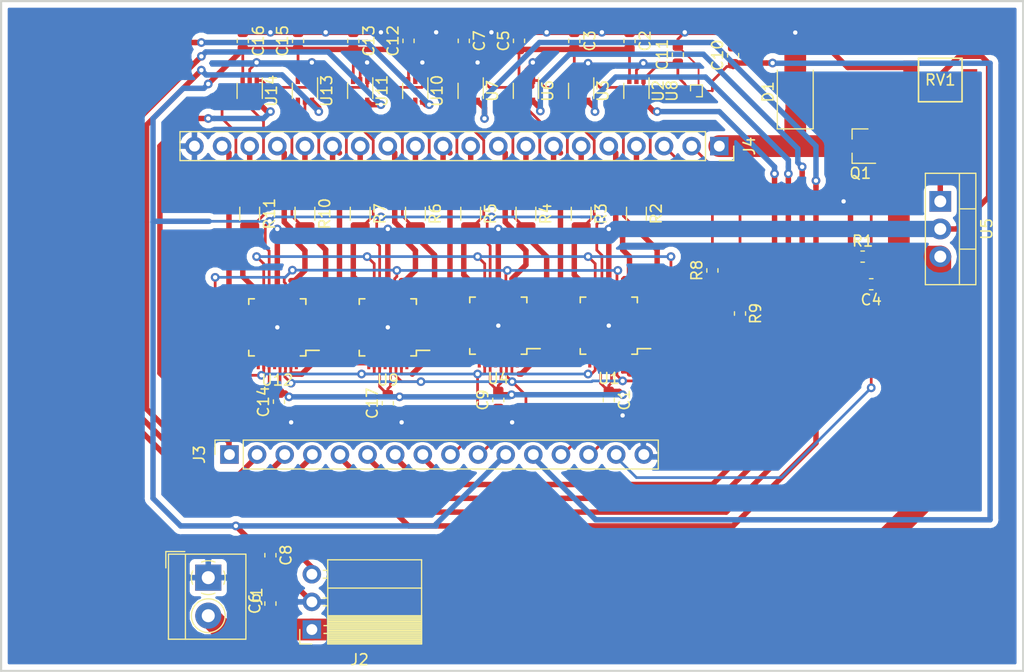
<source format=kicad_pcb>
(kicad_pcb (version 20171130) (host pcbnew "(5.0.0-3-g5ebb6b6)")
  (layers (0 F.Cu signal) (31 B.Cu signal) (34 B.Paste user) (35 F.Paste user) (36 B.SilkS user) (37 F.SilkS user) (38 B.Mask user) (39 F.Mask user) (44 Edge.Cuts user))
  (net 0 "")
  (net 1 GND)
  (net 2 /5V)
  (net 3 +36V)
  (net 4 /3.3V)
  (net 5 /V_mon)
  (net 6 /SOL+)
  (net 7 /ADC1)
  (net 8 /ADC2)
  (net 9 /ADC3)
  (net 10 /ADC4)
  (net 11 /ADC5)
  (net 12 /ADC6)
  (net 13 /ADC7)
  (net 14 /ADC8)
  (net 15 /SOLSET)
  (net 16 /SW1)
  (net 17 /SW2)
  (net 18 /MOT1_1)
  (net 19 /MOT1_2)
  (net 20 /MOT2_1)
  (net 21 /MOT2_2)
  (net 22 /MOT3_1)
  (net 23 /MOT3_2)
  (net 24 /MOT4_1)
  (net 25 /MOT4_2)
  (net 26 /MOT5_1)
  (net 27 /MOT5_2)
  (net 28 /MOT6_1)
  (net 29 /MOT6_2)
  (net 30 /MOT7_1)
  (net 31 /MOT7_2)
  (net 32 /MOT8_1)
  (net 33 /MOT8_2)
  (net 34 /V_motor)
  (net 35 "Net-(R2-Pad2)")
  (net 36 "Net-(R4-Pad2)")
  (net 37 "Net-(R5-Pad2)")
  (net 38 "Net-(R6-Pad2)")
  (net 39 "Net-(R7-Pad2)")
  (net 40 "Net-(R10-Pad2)")
  (net 41 "Net-(R11-Pad2)")
  (net 42 "Net-(U1-Pad1)")
  (net 43 "Net-(U1-Pad2)")
  (net 44 "Net-(U1-Pad3)")
  (net 45 "Net-(U1-Pad4)")
  (net 46 "Net-(U1-Pad5)")
  (net 47 "Net-(U1-Pad6)")
  (net 48 "Net-(U1-Pad7)")
  (net 49 "Net-(U1-Pad8)")
  (net 50 "Net-(U1-Pad18)")
  (net 51 "Net-(U1-Pad19)")
  (net 52 "Net-(U1-Pad20)")
  (net 53 "Net-(U1-Pad21)")
  (net 54 "Net-(U1-Pad22)")
  (net 55 "Net-(U1-Pad23)")
  (net 56 "Net-(U4-Pad23)")
  (net 57 "Net-(U4-Pad22)")
  (net 58 "Net-(U4-Pad21)")
  (net 59 "Net-(U4-Pad20)")
  (net 60 "Net-(U4-Pad19)")
  (net 61 "Net-(U4-Pad18)")
  (net 62 "Net-(U4-Pad8)")
  (net 63 "Net-(U4-Pad7)")
  (net 64 "Net-(U4-Pad6)")
  (net 65 "Net-(U4-Pad5)")
  (net 66 "Net-(U4-Pad4)")
  (net 67 "Net-(U4-Pad3)")
  (net 68 "Net-(U4-Pad2)")
  (net 69 "Net-(U4-Pad1)")
  (net 70 "Net-(RV1-Pad2)")
  (net 71 /FWD)
  (net 72 /REV)
  (net 73 "Net-(R3-Pad2)")
  (net 74 "Net-(J3-Pad13)")
  (net 75 "Net-(J3-Pad14)")
  (net 76 "Net-(U9-Pad1)")
  (net 77 "Net-(U9-Pad3)")
  (net 78 "Net-(U9-Pad5)")
  (net 79 "Net-(U9-Pad2)")
  (net 80 "Net-(U9-Pad4)")
  (net 81 "Net-(U9-Pad6)")
  (net 82 "Net-(U12-Pad1)")
  (net 83 "Net-(U12-Pad3)")
  (net 84 "Net-(U12-Pad5)")
  (net 85 "Net-(U12-Pad2)")
  (net 86 "Net-(U12-Pad4)")
  (net 87 "Net-(U12-Pad6)")
  (net 88 "Net-(U12-Pad7)")
  (net 89 "Net-(U12-Pad8)")
  (net 90 "Net-(U12-Pad18)")
  (net 91 "Net-(U12-Pad19)")
  (net 92 "Net-(U12-Pad20)")
  (net 93 "Net-(U12-Pad21)")
  (net 94 "Net-(U12-Pad22)")
  (net 95 "Net-(U12-Pad23)")
  (net 96 "Net-(U9-Pad23)")
  (net 97 "Net-(U9-Pad22)")
  (net 98 "Net-(U9-Pad21)")
  (net 99 "Net-(U9-Pad20)")
  (net 100 "Net-(U9-Pad19)")
  (net 101 "Net-(U9-Pad18)")
  (net 102 "Net-(U9-Pad8)")
  (net 103 "Net-(U9-Pad7)")
  (module Connector_PinSocket_2.54mm:PinSocket_1x16_P2.54mm_Vertical (layer F.Cu) (at 120.06 69 90)
    (fp_text reference J3 (at 0 -2.77 90) (layer F.SilkS))
    (fp_text value Control_Signals)
    (pad 16 thru_hole oval (at 0 38.1 90) (size 1.7 1.7) (drill 1) (layers *.Cu *.Mask) (net 1 GND))
    (pad 15 thru_hole oval (at 0 35.56 90) (size 1.7 1.7) (drill 1) (layers *.Cu *.Mask) (net 15 /SOLSET))
    (pad 14 thru_hole oval (at 0 33.02 90) (size 1.7 1.7) (drill 1) (layers *.Cu *.Mask) (net 75 "Net-(J3-Pad14)"))
    (pad 13 thru_hole oval (at 0 30.48 90) (size 1.7 1.7) (drill 1) (layers *.Cu *.Mask) (net 74 "Net-(J3-Pad13)"))
    (pad 12 thru_hole oval (at 0 27.94 90) (size 1.7 1.7) (drill 1) (layers *.Cu *.Mask) (net 4 /3.3V))
    (pad 11 thru_hole oval (at 0 25.4 90) (size 1.7 1.7) (drill 1) (layers *.Cu *.Mask) (net 2 /5V))
    (pad 10 thru_hole oval (at 0 22.86 90) (size 1.7 1.7) (drill 1) (layers *.Cu *.Mask) (net 71 /FWD))
    (pad 9 thru_hole oval (at 0 20.32 90) (size 1.7 1.7) (drill 1) (layers *.Cu *.Mask) (net 72 /REV))
    (pad 8 thru_hole oval (at 0 17.78 90) (size 1.7 1.7) (drill 1) (layers *.Cu *.Mask) (net 7 /ADC1))
    (pad 7 thru_hole oval (at 0 15.24 90) (size 1.7 1.7) (drill 1) (layers *.Cu *.Mask) (net 8 /ADC2))
    (pad 6 thru_hole oval (at 0 12.7 90) (size 1.7 1.7) (drill 1) (layers *.Cu *.Mask) (net 9 /ADC3))
    (pad 5 thru_hole oval (at 0 10.16 90) (size 1.7 1.7) (drill 1) (layers *.Cu *.Mask) (net 10 /ADC4))
    (pad 4 thru_hole oval (at 0 7.62 90) (size 1.7 1.7) (drill 1) (layers *.Cu *.Mask) (net 11 /ADC5))
    (pad 3 thru_hole oval (at 0 5.08 90) (size 1.7 1.7) (drill 1) (layers *.Cu *.Mask) (net 12 /ADC6))
    (pad 2 thru_hole oval (at 0 2.54 90) (size 1.7 1.7) (drill 1) (layers *.Cu *.Mask) (net 13 /ADC7))
    (pad 1 thru_hole rect (at 0 0 90) (size 1.7 1.7) (drill 1) (layers *.Cu *.Mask) (net 14 /ADC8))
  )
  (module Connector_PinSocket_2.54mm:PinSocket_1x20_P2.54mm_Vertical (layer F.Cu) (at 165.1 40.64 270)
    (fp_text reference J4 (at 0 -2.77 270) (layer F.SilkS))
    (fp_text value Motor_Power)
    (pad 1 thru_hole rect (at 0 0 270) (size 1.7 1.7) (drill 1) (layers *.Cu *.Mask) (net 6 /SOL+))
    (pad 2 thru_hole oval (at 0 2.54 270) (size 1.7 1.7) (drill 1) (layers *.Cu *.Mask) (net 16 /SW1))
    (pad 3 thru_hole oval (at 0 5.08 270) (size 1.7 1.7) (drill 1) (layers *.Cu *.Mask) (net 17 /SW2))
    (pad 4 thru_hole oval (at 0 7.62 270) (size 1.7 1.7) (drill 1) (layers *.Cu *.Mask) (net 18 /MOT1_1))
    (pad 5 thru_hole oval (at 0 10.16 270) (size 1.7 1.7) (drill 1) (layers *.Cu *.Mask) (net 19 /MOT1_2))
    (pad 6 thru_hole oval (at 0 12.7 270) (size 1.7 1.7) (drill 1) (layers *.Cu *.Mask) (net 20 /MOT2_1))
    (pad 7 thru_hole oval (at 0 15.24 270) (size 1.7 1.7) (drill 1) (layers *.Cu *.Mask) (net 21 /MOT2_2))
    (pad 8 thru_hole oval (at 0 17.78 270) (size 1.7 1.7) (drill 1) (layers *.Cu *.Mask) (net 22 /MOT3_1))
    (pad 9 thru_hole oval (at 0 20.32 270) (size 1.7 1.7) (drill 1) (layers *.Cu *.Mask) (net 23 /MOT3_2))
    (pad 10 thru_hole oval (at 0 22.86 270) (size 1.7 1.7) (drill 1) (layers *.Cu *.Mask) (net 24 /MOT4_1))
    (pad 11 thru_hole oval (at 0 25.4 270) (size 1.7 1.7) (drill 1) (layers *.Cu *.Mask) (net 25 /MOT4_2))
    (pad 12 thru_hole oval (at 0 27.94 270) (size 1.7 1.7) (drill 1) (layers *.Cu *.Mask) (net 26 /MOT5_1))
    (pad 13 thru_hole oval (at 0 30.48 270) (size 1.7 1.7) (drill 1) (layers *.Cu *.Mask) (net 27 /MOT5_2))
    (pad 14 thru_hole oval (at 0 33.02 270) (size 1.7 1.7) (drill 1) (layers *.Cu *.Mask) (net 28 /MOT6_1))
    (pad 15 thru_hole oval (at 0 35.56 270) (size 1.7 1.7) (drill 1) (layers *.Cu *.Mask) (net 29 /MOT6_2))
    (pad 16 thru_hole oval (at 0 38.1 270) (size 1.7 1.7) (drill 1) (layers *.Cu *.Mask) (net 30 /MOT7_1))
    (pad 17 thru_hole oval (at 0 40.64 270) (size 1.7 1.7) (drill 1) (layers *.Cu *.Mask) (net 31 /MOT7_2))
    (pad 18 thru_hole oval (at 0 43.18 270) (size 1.7 1.7) (drill 1) (layers *.Cu *.Mask) (net 32 /MOT8_1))
    (pad 19 thru_hole oval (at 0 45.72 270) (size 1.7 1.7) (drill 1) (layers *.Cu *.Mask) (net 33 /MOT8_2))
    (pad 20 thru_hole oval (at 0 48.26 270) (size 1.7 1.7) (drill 1) (layers *.Cu *.Mask) (net 1 GND))
  )
  (module Package_BGA:WLP-4_0.86x0.86mm_P0.4mm (layer F.Cu) (at 162.995 35.56 90)
    (fp_text reference U8 (at 0 -2.25 90) (layer F.SilkS))
    (fp_text value ADP172)
    (pad A1 smd circle (at -0.2 -0.2 90) (size 0.25 0.25) (layers F.Cu F.Paste F.Mask) (net 4 /3.3V))
    (pad A2 smd circle (at 0.2 -0.2 90) (size 0.25 0.25) (layers F.Cu F.Paste F.Mask) (net 5 /V_mon))
    (pad B1 smd circle (at -0.2 0.2 90) (size 0.25 0.25) (layers F.Cu F.Paste F.Mask) (net 4 /3.3V))
    (pad B2 smd circle (at 0.2 0.2 90) (size 0.25 0.25) (layers F.Cu F.Paste F.Mask) (net 1 GND))
  )
  (module Package_QFP:LQFP-32-1EP_5x5mm_P0.5mm_EP3.45x3.45mm (layer F.Cu) (at 134.62 57.305 180)
    (fp_text reference U9 (at 0 -4.85 180) (layer F.SilkS))
    (fp_text value L2293)
    (pad 33 smd rect (at 0 0 180) (size 3.45 3.45) (layers F.Cu F.Mask) (net 1 GND))
    (pad 32 smd rect (at -1.75 -3.25 270) (size 1.2 0.28) (layers F.Cu F.Paste F.Mask) (net 1 GND))
    (pad 31 smd rect (at -1.25 -3.25 270) (size 1.2 0.28) (layers F.Cu F.Paste F.Mask) (net 38 "Net-(R6-Pad2)"))
    (pad 30 smd rect (at -0.75 -3.25 270) (size 1.2 0.28) (layers F.Cu F.Paste F.Mask) (net 71 /FWD))
    (pad 29 smd rect (at -0.25 -3.25 270) (size 1.2 0.28) (layers F.Cu F.Paste F.Mask) (net 2 /5V))
    (pad 28 smd rect (at 0.25 -3.25 270) (size 1.2 0.28) (layers F.Cu F.Paste F.Mask) (net 1 GND))
    (pad 27 smd rect (at 0.75 -3.25 270) (size 1.2 0.28) (layers F.Cu F.Paste F.Mask) (net 2 /5V))
    (pad 26 smd rect (at 1.25 -3.25 270) (size 1.2 0.28) (layers F.Cu F.Paste F.Mask) (net 72 /REV))
    (pad 25 smd rect (at 1.75 -3.25 270) (size 1.2 0.28) (layers F.Cu F.Paste F.Mask) (net 29 /MOT6_2))
    (pad 24 smd rect (at 3.25 -1.75 180) (size 1.2 0.28) (layers F.Cu F.Paste F.Mask) (net 1 GND))
    (pad 23 smd rect (at 3.25 -1.25 180) (size 1.2 0.28) (layers F.Cu F.Paste F.Mask) (net 96 "Net-(U9-Pad23)"))
    (pad 22 smd rect (at 3.25 -0.75 180) (size 1.2 0.28) (layers F.Cu F.Paste F.Mask) (net 97 "Net-(U9-Pad22)"))
    (pad 21 smd rect (at 3.25 -0.25 180) (size 1.2 0.28) (layers F.Cu F.Paste F.Mask) (net 98 "Net-(U9-Pad21)"))
    (pad 20 smd rect (at 3.25 0.25 180) (size 1.2 0.28) (layers F.Cu F.Paste F.Mask) (net 99 "Net-(U9-Pad20)"))
    (pad 19 smd rect (at 3.25 0.75 180) (size 1.2 0.28) (layers F.Cu F.Paste F.Mask) (net 100 "Net-(U9-Pad19)"))
    (pad 18 smd rect (at 3.25 1.25 180) (size 1.2 0.28) (layers F.Cu F.Paste F.Mask) (net 101 "Net-(U9-Pad18)"))
    (pad 17 smd rect (at 3.25 1.75 180) (size 1.2 0.28) (layers F.Cu F.Paste F.Mask) (net 1 GND))
    (pad 16 smd rect (at 1.75 3.25 270) (size 1.2 0.28) (layers F.Cu F.Paste F.Mask) (net 39 "Net-(R7-Pad2)"))
    (pad 15 smd rect (at 1.25 3.25 270) (size 1.2 0.28) (layers F.Cu F.Paste F.Mask) (net 71 /FWD))
    (pad 14 smd rect (at 0.75 3.25 270) (size 1.2 0.28) (layers F.Cu F.Paste F.Mask) (net 2 /5V))
    (pad 13 smd rect (at 0.25 3.25 270) (size 1.2 0.28) (layers F.Cu F.Paste F.Mask) (net 34 /V_motor))
    (pad 12 smd rect (at -0.25 3.25 270) (size 1.2 0.28) (layers F.Cu F.Paste F.Mask) (net 34 /V_motor))
    (pad 11 smd rect (at -0.75 3.25 270) (size 1.2 0.28) (layers F.Cu F.Paste F.Mask) (net 72 /REV))
    (pad 10 smd rect (at -1.25 3.25 270) (size 1.2 0.28) (layers F.Cu F.Paste F.Mask) (net 27 /MOT5_2))
    (pad 9 smd rect (at -1.75 3.25 270) (size 1.2 0.28) (layers F.Cu F.Paste F.Mask) (net 1 GND))
    (pad 8 smd rect (at -3.25 1.75 180) (size 1.2 0.28) (layers F.Cu F.Paste F.Mask) (net 102 "Net-(U9-Pad8)"))
    (pad 7 smd rect (at -3.25 1.25 180) (size 1.2 0.28) (layers F.Cu F.Paste F.Mask) (net 103 "Net-(U9-Pad7)"))
    (pad 6 smd rect (at -3.25 0.75 180) (size 1.2 0.28) (layers F.Cu F.Paste F.Mask) (net 81 "Net-(U9-Pad6)"))
    (pad 5 smd rect (at -3.25 0.25 180) (size 1.2 0.28) (layers F.Cu F.Paste F.Mask) (net 78 "Net-(U9-Pad5)"))
    (pad 4 smd rect (at -3.25 -0.25 180) (size 1.2 0.28) (layers F.Cu F.Paste F.Mask) (net 80 "Net-(U9-Pad4)"))
    (pad 3 smd rect (at -3.25 -0.75 180) (size 1.2 0.28) (layers F.Cu F.Paste F.Mask) (net 77 "Net-(U9-Pad3)"))
    (pad 2 smd rect (at -3.25 -1.25 180) (size 1.2 0.28) (layers F.Cu F.Paste F.Mask) (net 79 "Net-(U9-Pad2)"))
    (pad 1 smd rect (at -3.25 -1.75 180) (size 1.2 0.28) (layers F.Cu F.Paste F.Mask) (net 76 "Net-(U9-Pad1)"))
  )
  (module Package_QFP:LQFP-32-1EP_5x5mm_P0.5mm_EP3.45x3.45mm (layer F.Cu) (at 124.46 57.305 180)
    (fp_text reference U12 (at 0 -4.85 180) (layer F.SilkS))
    (fp_text value L2293)
    (pad 1 smd rect (at -3.25 -1.75 180) (size 1.2 0.28) (layers F.Cu F.Paste F.Mask) (net 82 "Net-(U12-Pad1)"))
    (pad 2 smd rect (at -3.25 -1.25 180) (size 1.2 0.28) (layers F.Cu F.Paste F.Mask) (net 85 "Net-(U12-Pad2)"))
    (pad 3 smd rect (at -3.25 -0.75 180) (size 1.2 0.28) (layers F.Cu F.Paste F.Mask) (net 83 "Net-(U12-Pad3)"))
    (pad 4 smd rect (at -3.25 -0.25 180) (size 1.2 0.28) (layers F.Cu F.Paste F.Mask) (net 86 "Net-(U12-Pad4)"))
    (pad 5 smd rect (at -3.25 0.25 180) (size 1.2 0.28) (layers F.Cu F.Paste F.Mask) (net 84 "Net-(U12-Pad5)"))
    (pad 6 smd rect (at -3.25 0.75 180) (size 1.2 0.28) (layers F.Cu F.Paste F.Mask) (net 87 "Net-(U12-Pad6)"))
    (pad 7 smd rect (at -3.25 1.25 180) (size 1.2 0.28) (layers F.Cu F.Paste F.Mask) (net 88 "Net-(U12-Pad7)"))
    (pad 8 smd rect (at -3.25 1.75 180) (size 1.2 0.28) (layers F.Cu F.Paste F.Mask) (net 89 "Net-(U12-Pad8)"))
    (pad 9 smd rect (at -1.75 3.25 270) (size 1.2 0.28) (layers F.Cu F.Paste F.Mask) (net 1 GND))
    (pad 10 smd rect (at -1.25 3.25 270) (size 1.2 0.28) (layers F.Cu F.Paste F.Mask) (net 31 /MOT7_2))
    (pad 11 smd rect (at -0.75 3.25 270) (size 1.2 0.28) (layers F.Cu F.Paste F.Mask) (net 72 /REV))
    (pad 12 smd rect (at -0.25 3.25 270) (size 1.2 0.28) (layers F.Cu F.Paste F.Mask) (net 34 /V_motor))
    (pad 13 smd rect (at 0.25 3.25 270) (size 1.2 0.28) (layers F.Cu F.Paste F.Mask) (net 34 /V_motor))
    (pad 14 smd rect (at 0.75 3.25 270) (size 1.2 0.28) (layers F.Cu F.Paste F.Mask) (net 2 /5V))
    (pad 15 smd rect (at 1.25 3.25 270) (size 1.2 0.28) (layers F.Cu F.Paste F.Mask) (net 71 /FWD))
    (pad 16 smd rect (at 1.75 3.25 270) (size 1.2 0.28) (layers F.Cu F.Paste F.Mask) (net 41 "Net-(R11-Pad2)"))
    (pad 17 smd rect (at 3.25 1.75 180) (size 1.2 0.28) (layers F.Cu F.Paste F.Mask) (net 1 GND))
    (pad 18 smd rect (at 3.25 1.25 180) (size 1.2 0.28) (layers F.Cu F.Paste F.Mask) (net 90 "Net-(U12-Pad18)"))
    (pad 19 smd rect (at 3.25 0.75 180) (size 1.2 0.28) (layers F.Cu F.Paste F.Mask) (net 91 "Net-(U12-Pad19)"))
    (pad 20 smd rect (at 3.25 0.25 180) (size 1.2 0.28) (layers F.Cu F.Paste F.Mask) (net 92 "Net-(U12-Pad20)"))
    (pad 21 smd rect (at 3.25 -0.25 180) (size 1.2 0.28) (layers F.Cu F.Paste F.Mask) (net 93 "Net-(U12-Pad21)"))
    (pad 22 smd rect (at 3.25 -0.75 180) (size 1.2 0.28) (layers F.Cu F.Paste F.Mask) (net 94 "Net-(U12-Pad22)"))
    (pad 23 smd rect (at 3.25 -1.25 180) (size 1.2 0.28) (layers F.Cu F.Paste F.Mask) (net 95 "Net-(U12-Pad23)"))
    (pad 24 smd rect (at 3.25 -1.75 180) (size 1.2 0.28) (layers F.Cu F.Paste F.Mask) (net 1 GND))
    (pad 25 smd rect (at 1.75 -3.25 270) (size 1.2 0.28) (layers F.Cu F.Paste F.Mask) (net 33 /MOT8_2))
    (pad 26 smd rect (at 1.25 -3.25 270) (size 1.2 0.28) (layers F.Cu F.Paste F.Mask) (net 72 /REV))
    (pad 27 smd rect (at 0.75 -3.25 270) (size 1.2 0.28) (layers F.Cu F.Paste F.Mask) (net 2 /5V))
    (pad 28 smd rect (at 0.25 -3.25 270) (size 1.2 0.28) (layers F.Cu F.Paste F.Mask) (net 1 GND))
    (pad 29 smd rect (at -0.25 -3.25 270) (size 1.2 0.28) (layers F.Cu F.Paste F.Mask) (net 2 /5V))
    (pad 30 smd rect (at -0.75 -3.25 270) (size 1.2 0.28) (layers F.Cu F.Paste F.Mask) (net 71 /FWD))
    (pad 31 smd rect (at -1.25 -3.25 270) (size 1.2 0.28) (layers F.Cu F.Paste F.Mask) (net 40 "Net-(R10-Pad2)"))
    (pad 32 smd rect (at -1.75 -3.25 270) (size 1.2 0.28) (layers F.Cu F.Paste F.Mask) (net 1 GND))
    (pad 33 smd rect (at 0 0 180) (size 3.45 3.45) (layers F.Cu F.Mask) (net 1 GND))
  )
  (module Package_TO_SOT_SMD:SOT-363_SC-70-6 (layer F.Cu) (at 142.24 35.56 270)
    (fp_text reference U7 (at 0 -2 270) (layer F.SilkS))
    (fp_text value INA214)
    (pad 1 smd rect (at -0.95 -0.65 270) (size 0.65 0.4) (layers F.Cu F.Paste F.Mask) (net 5 /V_mon))
    (pad 3 smd rect (at -0.95 0.65 270) (size 0.65 0.4) (layers F.Cu F.Paste F.Mask) (net 2 /5V))
    (pad 5 smd rect (at 0.95 0 270) (size 0.65 0.4) (layers F.Cu F.Paste F.Mask) (net 37 "Net-(R5-Pad2)"))
    (pad 2 smd rect (at -0.95 0 270) (size 0.65 0.4) (layers F.Cu F.Paste F.Mask) (net 1 GND))
    (pad 4 smd rect (at 0.95 0.65 270) (size 0.65 0.4) (layers F.Cu F.Paste F.Mask) (net 24 /MOT4_1))
    (pad 6 smd rect (at 0.95 -0.65 270) (size 0.65 0.4) (layers F.Cu F.Paste F.Mask) (net 10 /ADC4))
  )
  (module Package_TO_SOT_SMD:SOT-363_SC-70-6 (layer F.Cu) (at 132.08 35.56 270)
    (fp_text reference U11 (at 0 -2 270) (layer F.SilkS))
    (fp_text value INA214)
    (pad 6 smd rect (at 0.95 -0.65 270) (size 0.65 0.4) (layers F.Cu F.Paste F.Mask) (net 12 /ADC6))
    (pad 4 smd rect (at 0.95 0.65 270) (size 0.65 0.4) (layers F.Cu F.Paste F.Mask) (net 28 /MOT6_1))
    (pad 2 smd rect (at -0.95 0 270) (size 0.65 0.4) (layers F.Cu F.Paste F.Mask) (net 1 GND))
    (pad 5 smd rect (at 0.95 0 270) (size 0.65 0.4) (layers F.Cu F.Paste F.Mask) (net 39 "Net-(R7-Pad2)"))
    (pad 3 smd rect (at -0.95 0.65 270) (size 0.65 0.4) (layers F.Cu F.Paste F.Mask) (net 2 /5V))
    (pad 1 smd rect (at -0.95 -0.65 270) (size 0.65 0.4) (layers F.Cu F.Paste F.Mask) (net 5 /V_mon))
  )
  (module Package_TO_SOT_SMD:SOT-363_SC-70-6 (layer F.Cu) (at 121.92 35.56 270)
    (fp_text reference U14 (at 0 -2 270) (layer F.SilkS))
    (fp_text value INA214)
    (pad 1 smd rect (at -0.95 -0.65 270) (size 0.65 0.4) (layers F.Cu F.Paste F.Mask) (net 5 /V_mon))
    (pad 3 smd rect (at -0.95 0.65 270) (size 0.65 0.4) (layers F.Cu F.Paste F.Mask) (net 2 /5V))
    (pad 5 smd rect (at 0.95 0 270) (size 0.65 0.4) (layers F.Cu F.Paste F.Mask) (net 41 "Net-(R11-Pad2)"))
    (pad 2 smd rect (at -0.95 0 270) (size 0.65 0.4) (layers F.Cu F.Paste F.Mask) (net 1 GND))
    (pad 4 smd rect (at 0.95 0.65 270) (size 0.65 0.4) (layers F.Cu F.Paste F.Mask) (net 32 /MOT8_1))
    (pad 6 smd rect (at 0.95 -0.65 270) (size 0.65 0.4) (layers F.Cu F.Paste F.Mask) (net 14 /ADC8))
  )
  (module Package_TO_SOT_THT:TO-220-3_Vertical (layer F.Cu) (at 185.42 45.72 270)
    (fp_text reference U5 (at 2.54 -4.27 270) (layer F.SilkS))
    (fp_text value LM338)
    (pad 1 thru_hole rect (at 0 0 270) (size 1.905 2) (drill 1.1) (layers *.Cu *.Mask) (net 70 "Net-(RV1-Pad2)"))
    (pad 2 thru_hole oval (at 2.54 0 270) (size 1.905 2) (drill 1.1) (layers *.Cu *.Mask) (net 34 /V_motor))
    (pad 3 thru_hole oval (at 5.08 0 270) (size 1.905 2) (drill 1.1) (layers *.Cu *.Mask) (net 3 +36V))
  )
  (module Resistor_SMD:R_0603_1608Metric (layer F.Cu) (at 178.2825 50.8)
    (fp_text reference R1 (at 0 -1.43) (layer F.SilkS))
    (fp_text value 5k)
    (pad 1 smd roundrect (at -0.7875 0) (size 0.875 0.95) (layers F.Cu F.Paste F.Mask) (net 1 GND))
    (pad 2 smd roundrect (at 0.7875 0) (size 0.875 0.95) (layers F.Cu F.Paste F.Mask) (net 15 /SOLSET))
  )
  (module Resistor_SMD:R_1206_3216Metric (layer F.Cu) (at 152.4 46.86 270)
    (fp_text reference R3 (at 0 -1.82 270) (layer F.SilkS))
    (fp_text value 0.05R)
    (pad 1 smd roundrect (at -1.4 0 270) (size 1.25 1.75) (layers F.Cu F.Paste F.Mask) (roundrect_rratio 0.2) (net 20 /MOT2_1))
    (pad 2 smd roundrect (at 1.4 0 270) (size 1.25 1.75) (layers F.Cu F.Paste F.Mask) (roundrect_rratio 0.2) (net 73 "Net-(R3-Pad2)"))
  )
  (module Package_TO_SOT_SMD:SOT-23 (layer F.Cu) (at 178.07 40.64 180)
    (fp_text reference Q1 (at 0 -2.5 180) (layer F.SilkS))
    (fp_text value Q_NMOS_GDS)
    (pad 3 smd rect (at 1 0 180) (size 0.9 0.8) (layers F.Cu F.Paste F.Mask) (net 6 /SOL+))
    (pad 2 smd rect (at -1 0.95 180) (size 0.9 0.8) (layers F.Cu F.Paste F.Mask) (net 3 +36V))
    (pad 1 smd rect (at -1 -0.95 180) (size 0.9 0.8) (layers F.Cu F.Paste F.Mask) (net 15 /SOLSET))
  )
  (module CustomFootprints:R_TRIM_4mm_Gull (layer F.Cu) (at 185.42 35.56 180)
    (fp_text reference RV1 (at 0 1 180) (layer F.SilkS))
    (fp_text value R_POT)
    (pad 3 smd rect (at 2.75 2.15 180) (size 1.3 1.3) (layers F.Cu F.Paste F.Mask) (net 1 GND))
    (pad 2 smd rect (at -2.75 1 180) (size 1.3 2) (layers F.Cu F.Paste F.Mask) (net 70 "Net-(RV1-Pad2)"))
    (pad 1 smd rect (at 2.75 -0.15 180) (size 1.3 1.3) (layers F.Cu F.Paste F.Mask) (net 34 /V_motor))
  )
  (module Capacitor_SMD:C_0603_1608Metric (layer F.Cu) (at 154.94 63.9825 270)
    (fp_text reference C1 (at 0 -1.43 270) (layer F.SilkS))
    (fp_text value 0.01uF)
    (pad 2 smd roundrect (at 0.7875 0 270) (size 0.875 0.95) (layers F.Cu F.Paste F.Mask) (net 1 GND))
    (pad 1 smd roundrect (at -0.7875 0 270) (size 0.875 0.95) (layers F.Cu F.Paste F.Mask) (net 2 /5V))
  )
  (module Capacitor_SMD:C_0603_1608Metric (layer F.Cu) (at 156.845 30.9625 270)
    (fp_text reference C2 (at 0 -1.43 270) (layer F.SilkS))
    (fp_text value 0.01uF)
    (pad 2 smd roundrect (at 0.7875 0 270) (size 0.875 0.95) (layers F.Cu F.Paste F.Mask) (net 2 /5V))
    (pad 1 smd roundrect (at -0.7875 0 270) (size 0.875 0.95) (layers F.Cu F.Paste F.Mask) (net 1 GND))
  )
  (module Capacitor_SMD:C_0603_1608Metric (layer F.Cu) (at 151.765 30.9625 270)
    (fp_text reference C3 (at 0 -1.43 270) (layer F.SilkS))
    (fp_text value 0.01uF)
    (pad 2 smd roundrect (at 0.7875 0 270) (size 0.875 0.95) (layers F.Cu F.Paste F.Mask) (net 2 /5V))
    (pad 1 smd roundrect (at -0.7875 0 270) (size 0.875 0.95) (layers F.Cu F.Paste F.Mask) (net 1 GND))
  )
  (module Capacitor_SMD:C_0603_1608Metric (layer F.Cu) (at 179.07 53.34 180)
    (fp_text reference C4 (at 0 -1.43 180) (layer F.SilkS))
    (fp_text value 0.01uF)
    (pad 2 smd roundrect (at 0.7875 0 180) (size 0.875 0.95) (layers F.Cu F.Paste F.Mask) (net 1 GND))
    (pad 1 smd roundrect (at -0.7875 0 180) (size 0.875 0.95) (layers F.Cu F.Paste F.Mask) (net 3 +36V))
  )
  (module Capacitor_SMD:C_0603_1608Metric (layer F.Cu) (at 146.685 30.9625 90)
    (fp_text reference C5 (at 0 -1.43 90) (layer F.SilkS))
    (fp_text value 0.01uF)
    (pad 2 smd roundrect (at 0.7875 0 90) (size 0.875 0.95) (layers F.Cu F.Paste F.Mask) (net 1 GND))
    (pad 1 smd roundrect (at -0.7875 0 90) (size 0.875 0.95) (layers F.Cu F.Paste F.Mask) (net 2 /5V))
  )
  (module Capacitor_SMD:C_0603_1608Metric (layer F.Cu) (at 123.825 82.7025 90)
    (fp_text reference C6 (at 0 -1.43 90) (layer F.SilkS))
    (fp_text value 0.01uF)
    (pad 2 smd roundrect (at 0.7875 0 90) (size 0.875 0.95) (layers F.Cu F.Paste F.Mask) (net 1 GND))
    (pad 1 smd roundrect (at -0.7875 0 90) (size 0.875 0.95) (layers F.Cu F.Paste F.Mask) (net 3 +36V))
  )
  (module Capacitor_SMD:C_0603_1608Metric (layer F.Cu) (at 141.605 30.9625 270)
    (fp_text reference C7 (at 0 -1.43 270) (layer F.SilkS))
    (fp_text value 0.01uF)
    (pad 2 smd roundrect (at 0.7875 0 270) (size 0.875 0.95) (layers F.Cu F.Paste F.Mask) (net 2 /5V))
    (pad 1 smd roundrect (at -0.7875 0 270) (size 0.875 0.95) (layers F.Cu F.Paste F.Mask) (net 1 GND))
  )
  (module Capacitor_SMD:C_0603_1608Metric (layer F.Cu) (at 123.825 78.2575 270)
    (fp_text reference C8 (at 0 -1.43 270) (layer F.SilkS))
    (fp_text value 0.01uF)
    (pad 2 smd roundrect (at 0.7875 0 270) (size 0.875 0.95) (layers F.Cu F.Paste F.Mask) (net 1 GND))
    (pad 1 smd roundrect (at -0.7875 0 270) (size 0.875 0.95) (layers F.Cu F.Paste F.Mask) (net 2 /5V))
  )
  (module Capacitor_SMD:C_0603_1608Metric (layer F.Cu) (at 144.78 63.9825 90)
    (fp_text reference C9 (at 0 -1.43 90) (layer F.SilkS))
    (fp_text value 0.01uF)
    (pad 2 smd roundrect (at 0.7875 0 90) (size 0.875 0.95) (layers F.Cu F.Paste F.Mask) (net 2 /5V))
    (pad 1 smd roundrect (at -0.7875 0 90) (size 0.875 0.95) (layers F.Cu F.Paste F.Mask) (net 1 GND))
  )
  (module Capacitor_SMD:C_0603_1608Metric (layer F.Cu) (at 166.37 32.2835 90)
    (fp_text reference C10 (at 0 -1.43 90) (layer F.SilkS))
    (fp_text value 0.01uF)
    (pad 2 smd roundrect (at 0.7875 0 90) (size 0.875 0.95) (layers F.Cu F.Paste F.Mask) (net 1 GND))
    (pad 1 smd roundrect (at -0.7875 0 90) (size 0.875 0.95) (layers F.Cu F.Paste F.Mask) (net 4 /3.3V))
  )
  (module Capacitor_SMD:C_0603_1608Metric (layer F.Cu) (at 161.29 32.2325 90)
    (fp_text reference C11 (at 0 -1.43 90) (layer F.SilkS))
    (fp_text value 0.01uF)
    (pad 2 smd roundrect (at 0.7875 0 90) (size 0.875 0.95) (layers F.Cu F.Paste F.Mask) (net 1 GND))
    (pad 1 smd roundrect (at -0.7875 0 90) (size 0.875 0.95) (layers F.Cu F.Paste F.Mask) (net 5 /V_mon))
  )
  (module Capacitor_SMD:C_0603_1608Metric (layer F.Cu) (at 136.525 30.9625 90)
    (fp_text reference C12 (at 0 -1.43 90) (layer F.SilkS))
    (fp_text value 0.01uF)
    (pad 2 smd roundrect (at 0.7875 0 90) (size 0.875 0.95) (layers F.Cu F.Paste F.Mask) (net 1 GND))
    (pad 1 smd roundrect (at -0.7875 0 90) (size 0.875 0.95) (layers F.Cu F.Paste F.Mask) (net 2 /5V))
  )
  (module Capacitor_SMD:C_0603_1608Metric (layer F.Cu) (at 131.445 30.9625 270)
    (fp_text reference C13 (at 0 -1.43 270) (layer F.SilkS))
    (fp_text value 0.01uF)
    (pad 2 smd roundrect (at 0.7875 0 270) (size 0.875 0.95) (layers F.Cu F.Paste F.Mask) (net 2 /5V))
    (pad 1 smd roundrect (at -0.7875 0 270) (size 0.875 0.95) (layers F.Cu F.Paste F.Mask) (net 1 GND))
  )
  (module Capacitor_SMD:C_0603_1608Metric (layer F.Cu) (at 124.6125 64.135 90)
    (fp_text reference C14 (at 0 -1.43 90) (layer F.SilkS))
    (fp_text value 0.01uF)
    (pad 2 smd roundrect (at 0.7875 0 90) (size 0.875 0.95) (layers F.Cu F.Paste F.Mask) (net 2 /5V))
    (pad 1 smd roundrect (at -0.7875 0 90) (size 0.875 0.95) (layers F.Cu F.Paste F.Mask) (net 1 GND))
  )
  (module Capacitor_SMD:C_0603_1608Metric (layer F.Cu) (at 126.365 30.9625 90)
    (fp_text reference C15 (at 0 -1.43 90) (layer F.SilkS))
    (fp_text value 0.01uF)
    (pad 2 smd roundrect (at 0.7875 0 90) (size 0.875 0.95) (layers F.Cu F.Paste F.Mask) (net 1 GND))
    (pad 1 smd roundrect (at -0.7875 0 90) (size 0.875 0.95) (layers F.Cu F.Paste F.Mask) (net 2 /5V))
  )
  (module Capacitor_SMD:C_0603_1608Metric (layer F.Cu) (at 121.285 30.9625 270)
    (fp_text reference C16 (at 0 -1.43 270) (layer F.SilkS))
    (fp_text value 0.01uF)
    (pad 2 smd roundrect (at 0.7875 0 270) (size 0.875 0.95) (layers F.Cu F.Paste F.Mask) (net 2 /5V))
    (pad 1 smd roundrect (at -0.7875 0 270) (size 0.875 0.95) (layers F.Cu F.Paste F.Mask) (net 1 GND))
  )
  (module Diode_SMD:D_SMA (layer F.Cu) (at 172.085 35.655 90)
    (fp_text reference D1 (at 0 -2.5 90) (layer F.SilkS))
    (fp_text value Schottky)
    (pad 2 smd rect (at 2 0 90) (size 2.5 1.8) (layers F.Cu F.Paste F.Mask) (net 1 GND))
    (pad 1 smd rect (at -2 0 90) (size 2.5 1.8) (layers F.Cu F.Paste F.Mask) (net 6 /SOL+))
  )
  (module TerminalBlock_4Ucon:TerminalBlock_4Ucon_1x02_P3.50mm_Horizontal (layer F.Cu) (at 118.11 80.32 270)
    (fp_text reference J1 (at 1.75 -4.46 270) (layer F.SilkS))
    (fp_text value Screw_Term)
    (pad 2 thru_hole circle (at 3.5 0 270) (size 2.4 2.4) (drill 1.2) (layers *.Cu *.Mask) (net 3 +36V))
    (pad 1 thru_hole rect (at 0 0 270) (size 2.4 2.4) (drill 1.2) (layers *.Cu *.Mask) (net 1 GND))
  )
  (module Connector_PinSocket_2.54mm:PinSocket_1x03_P2.54mm_Horizontal (layer F.Cu) (at 127.635 85.09 180)
    (fp_text reference J2 (at -4.38 -2.77 180) (layer F.SilkS))
    (fp_text value 5V_Regulator)
    (pad 3 thru_hole oval (at 0 5.08 180) (size 1.7 1.7) (drill 1) (layers *.Cu *.Mask) (net 2 /5V))
    (pad 2 thru_hole oval (at 0 2.54 180) (size 1.7 1.7) (drill 1) (layers *.Cu *.Mask) (net 1 GND))
    (pad 1 thru_hole rect (at 0 0 180) (size 1.7 1.7) (drill 1) (layers *.Cu *.Mask) (net 3 +36V))
  )
  (module Resistor_SMD:R_1206_3216Metric (layer F.Cu) (at 157.48 46.86 270)
    (fp_text reference R2 (at 0 -1.82 270) (layer F.SilkS))
    (fp_text value 0.05R)
    (pad 2 smd roundrect (at 1.4 0 270) (size 1.25 1.75) (layers F.Cu F.Paste F.Mask) (roundrect_rratio 0.2) (net 35 "Net-(R2-Pad2)"))
    (pad 1 smd roundrect (at -1.4 0 270) (size 1.25 1.75) (layers F.Cu F.Paste F.Mask) (roundrect_rratio 0.2) (net 18 /MOT1_1))
  )
  (module Resistor_SMD:R_1206_3216Metric (layer F.Cu) (at 147.32 46.86 270)
    (fp_text reference R4 (at 0 -1.82 270) (layer F.SilkS))
    (fp_text value 0.05R)
    (pad 2 smd roundrect (at 1.4 0 270) (size 1.25 1.75) (layers F.Cu F.Paste F.Mask) (roundrect_rratio 0.2) (net 36 "Net-(R4-Pad2)"))
    (pad 1 smd roundrect (at -1.4 0 270) (size 1.25 1.75) (layers F.Cu F.Paste F.Mask) (roundrect_rratio 0.2) (net 22 /MOT3_1))
  )
  (module Resistor_SMD:R_1206_3216Metric (layer F.Cu) (at 142.24 46.86 270)
    (fp_text reference R5 (at 0 -1.82 270) (layer F.SilkS))
    (fp_text value 0.05R)
    (pad 2 smd roundrect (at 1.4 0 270) (size 1.25 1.75) (layers F.Cu F.Paste F.Mask) (roundrect_rratio 0.2) (net 37 "Net-(R5-Pad2)"))
    (pad 1 smd roundrect (at -1.4 0 270) (size 1.25 1.75) (layers F.Cu F.Paste F.Mask) (roundrect_rratio 0.2) (net 24 /MOT4_1))
  )
  (module Resistor_SMD:R_1206_3216Metric (layer F.Cu) (at 137.16 46.86 270)
    (fp_text reference R6 (at 0 -1.82 270) (layer F.SilkS))
    (fp_text value 0.05R)
    (pad 2 smd roundrect (at 1.4 0 270) (size 1.25 1.75) (layers F.Cu F.Paste F.Mask) (roundrect_rratio 0.2) (net 38 "Net-(R6-Pad2)"))
    (pad 1 smd roundrect (at -1.4 0 270) (size 1.25 1.75) (layers F.Cu F.Paste F.Mask) (roundrect_rratio 0.2) (net 26 /MOT5_1))
  )
  (module Resistor_SMD:R_1206_3216Metric (layer F.Cu) (at 132.08 46.86 270)
    (fp_text reference R7 (at 0 -1.82 270) (layer F.SilkS))
    (fp_text value 0.05R)
    (pad 2 smd roundrect (at 1.4 0 270) (size 1.25 1.75) (layers F.Cu F.Paste F.Mask) (roundrect_rratio 0.2) (net 39 "Net-(R7-Pad2)"))
    (pad 1 smd roundrect (at -1.4 0 270) (size 1.25 1.75) (layers F.Cu F.Paste F.Mask) (roundrect_rratio 0.2) (net 28 /MOT6_1))
  )
  (module Resistor_SMD:R_0603_1608Metric (layer F.Cu) (at 164.465 52.07 90)
    (fp_text reference R8 (at 0 -1.43 90) (layer F.SilkS))
    (fp_text value 330R)
    (pad 2 smd roundrect (at 0.7875 0 90) (size 0.875 0.95) (layers F.Cu F.Paste F.Mask) (net 17 /SW2))
    (pad 1 smd roundrect (at -0.7875 0 90) (size 0.875 0.95) (layers F.Cu F.Paste F.Mask) (net 74 "Net-(J3-Pad13)"))
  )
  (module Resistor_SMD:R_0603_1608Metric (layer F.Cu) (at 167.005 56.0325 270)
    (fp_text reference R9 (at 0 -1.43 270) (layer F.SilkS))
    (fp_text value 330R)
    (pad 2 smd roundrect (at 0.7875 0 270) (size 0.875 0.95) (layers F.Cu F.Paste F.Mask) (net 75 "Net-(J3-Pad14)"))
    (pad 1 smd roundrect (at -0.7875 0 270) (size 0.875 0.95) (layers F.Cu F.Paste F.Mask) (net 16 /SW1))
  )
  (module Resistor_SMD:R_1206_3216Metric (layer F.Cu) (at 127 46.86 270)
    (fp_text reference R10 (at 0 -1.82 270) (layer F.SilkS))
    (fp_text value 0.05R)
    (pad 2 smd roundrect (at 1.4 0 270) (size 1.25 1.75) (layers F.Cu F.Paste F.Mask) (roundrect_rratio 0.2) (net 40 "Net-(R10-Pad2)"))
    (pad 1 smd roundrect (at -1.4 0 270) (size 1.25 1.75) (layers F.Cu F.Paste F.Mask) (roundrect_rratio 0.2) (net 30 /MOT7_1))
  )
  (module Resistor_SMD:R_1206_3216Metric (layer F.Cu) (at 121.92 46.86 270)
    (fp_text reference R11 (at 0 -1.82 270) (layer F.SilkS))
    (fp_text value 0.05R)
    (pad 2 smd roundrect (at 1.4 0 270) (size 1.25 1.75) (layers F.Cu F.Paste F.Mask) (roundrect_rratio 0.2) (net 41 "Net-(R11-Pad2)"))
    (pad 1 smd roundrect (at -1.4 0 270) (size 1.25 1.75) (layers F.Cu F.Paste F.Mask) (roundrect_rratio 0.2) (net 32 /MOT8_1))
  )
  (module Package_QFP:LQFP-32-1EP_5x5mm_P0.5mm_EP3.45x3.45mm (layer F.Cu) (at 154.94 57.15 180)
    (fp_text reference U1 (at 0 -4.85 180) (layer F.SilkS))
    (fp_text value L2293)
    (pad 33 smd rect (at 0 0 180) (size 3.45 3.45) (layers F.Cu F.Mask) (net 1 GND))
    (pad 32 smd rect (at -1.75 -3.25 270) (size 1.2 0.28) (layers F.Cu F.Paste F.Mask) (net 1 GND))
    (pad 31 smd rect (at -1.25 -3.25 270) (size 1.2 0.28) (layers F.Cu F.Paste F.Mask) (net 35 "Net-(R2-Pad2)"))
    (pad 30 smd rect (at -0.75 -3.25 270) (size 1.2 0.28) (layers F.Cu F.Paste F.Mask) (net 71 /FWD))
    (pad 29 smd rect (at -0.25 -3.25 270) (size 1.2 0.28) (layers F.Cu F.Paste F.Mask) (net 2 /5V))
    (pad 28 smd rect (at 0.25 -3.25 270) (size 1.2 0.28) (layers F.Cu F.Paste F.Mask) (net 1 GND))
    (pad 27 smd rect (at 0.75 -3.25 270) (size 1.2 0.28) (layers F.Cu F.Paste F.Mask) (net 2 /5V))
    (pad 26 smd rect (at 1.25 -3.25 270) (size 1.2 0.28) (layers F.Cu F.Paste F.Mask) (net 72 /REV))
    (pad 25 smd rect (at 1.75 -3.25 270) (size 1.2 0.28) (layers F.Cu F.Paste F.Mask) (net 21 /MOT2_2))
    (pad 24 smd rect (at 3.25 -1.75 180) (size 1.2 0.28) (layers F.Cu F.Paste F.Mask) (net 1 GND))
    (pad 23 smd rect (at 3.25 -1.25 180) (size 1.2 0.28) (layers F.Cu F.Paste F.Mask) (net 55 "Net-(U1-Pad23)"))
    (pad 22 smd rect (at 3.25 -0.75 180) (size 1.2 0.28) (layers F.Cu F.Paste F.Mask) (net 54 "Net-(U1-Pad22)"))
    (pad 21 smd rect (at 3.25 -0.25 180) (size 1.2 0.28) (layers F.Cu F.Paste F.Mask) (net 53 "Net-(U1-Pad21)"))
    (pad 20 smd rect (at 3.25 0.25 180) (size 1.2 0.28) (layers F.Cu F.Paste F.Mask) (net 52 "Net-(U1-Pad20)"))
    (pad 19 smd rect (at 3.25 0.75 180) (size 1.2 0.28) (layers F.Cu F.Paste F.Mask) (net 51 "Net-(U1-Pad19)"))
    (pad 18 smd rect (at 3.25 1.25 180) (size 1.2 0.28) (layers F.Cu F.Paste F.Mask) (net 50 "Net-(U1-Pad18)"))
    (pad 17 smd rect (at 3.25 1.75 180) (size 1.2 0.28) (layers F.Cu F.Paste F.Mask) (net 1 GND))
    (pad 16 smd rect (at 1.75 3.25 270) (size 1.2 0.28) (layers F.Cu F.Paste F.Mask) (net 73 "Net-(R3-Pad2)"))
    (pad 15 smd rect (at 1.25 3.25 270) (size 1.2 0.28) (layers F.Cu F.Paste F.Mask) (net 71 /FWD))
    (pad 14 smd rect (at 0.75 3.25 270) (size 1.2 0.28) (layers F.Cu F.Paste F.Mask) (net 2 /5V))
    (pad 13 smd rect (at 0.25 3.25 270) (size 1.2 0.28) (layers F.Cu F.Paste F.Mask) (net 34 /V_motor))
    (pad 12 smd rect (at -0.25 3.25 270) (size 1.2 0.28) (layers F.Cu F.Paste F.Mask) (net 34 /V_motor))
    (pad 11 smd rect (at -0.75 3.25 270) (size 1.2 0.28) (layers F.Cu F.Paste F.Mask) (net 72 /REV))
    (pad 10 smd rect (at -1.25 3.25 270) (size 1.2 0.28) (layers F.Cu F.Paste F.Mask) (net 19 /MOT1_2))
    (pad 9 smd rect (at -1.75 3.25 270) (size 1.2 0.28) (layers F.Cu F.Paste F.Mask) (net 1 GND))
    (pad 8 smd rect (at -3.25 1.75 180) (size 1.2 0.28) (layers F.Cu F.Paste F.Mask) (net 49 "Net-(U1-Pad8)"))
    (pad 7 smd rect (at -3.25 1.25 180) (size 1.2 0.28) (layers F.Cu F.Paste F.Mask) (net 48 "Net-(U1-Pad7)"))
    (pad 6 smd rect (at -3.25 0.75 180) (size 1.2 0.28) (layers F.Cu F.Paste F.Mask) (net 47 "Net-(U1-Pad6)"))
    (pad 5 smd rect (at -3.25 0.25 180) (size 1.2 0.28) (layers F.Cu F.Paste F.Mask) (net 46 "Net-(U1-Pad5)"))
    (pad 4 smd rect (at -3.25 -0.25 180) (size 1.2 0.28) (layers F.Cu F.Paste F.Mask) (net 45 "Net-(U1-Pad4)"))
    (pad 3 smd rect (at -3.25 -0.75 180) (size 1.2 0.28) (layers F.Cu F.Paste F.Mask) (net 44 "Net-(U1-Pad3)"))
    (pad 2 smd rect (at -3.25 -1.25 180) (size 1.2 0.28) (layers F.Cu F.Paste F.Mask) (net 43 "Net-(U1-Pad2)"))
    (pad 1 smd rect (at -3.25 -1.75 180) (size 1.2 0.28) (layers F.Cu F.Paste F.Mask) (net 42 "Net-(U1-Pad1)"))
  )
  (module Package_TO_SOT_SMD:SOT-363_SC-70-6 (layer F.Cu) (at 157.48 35.56 270)
    (fp_text reference U2 (at 0 -2 270) (layer F.SilkS))
    (fp_text value INA214)
    (pad 6 smd rect (at 0.95 -0.65 270) (size 0.65 0.4) (layers F.Cu F.Paste F.Mask) (net 7 /ADC1))
    (pad 4 smd rect (at 0.95 0.65 270) (size 0.65 0.4) (layers F.Cu F.Paste F.Mask) (net 35 "Net-(R2-Pad2)"))
    (pad 2 smd rect (at -0.95 0 270) (size 0.65 0.4) (layers F.Cu F.Paste F.Mask) (net 1 GND))
    (pad 5 smd rect (at 0.95 0 270) (size 0.65 0.4) (layers F.Cu F.Paste F.Mask) (net 18 /MOT1_1))
    (pad 3 smd rect (at -0.95 0.65 270) (size 0.65 0.4) (layers F.Cu F.Paste F.Mask) (net 2 /5V))
    (pad 1 smd rect (at -0.95 -0.65 270) (size 0.65 0.4) (layers F.Cu F.Paste F.Mask) (net 5 /V_mon))
  )
  (module Package_TO_SOT_SMD:SOT-363_SC-70-6 (layer F.Cu) (at 152.4 35.56 270)
    (fp_text reference U3 (at 0 -2 270) (layer F.SilkS))
    (fp_text value INA214)
    (pad 6 smd rect (at 0.95 -0.65 270) (size 0.65 0.4) (layers F.Cu F.Paste F.Mask) (net 8 /ADC2))
    (pad 4 smd rect (at 0.95 0.65 270) (size 0.65 0.4) (layers F.Cu F.Paste F.Mask) (net 20 /MOT2_1))
    (pad 2 smd rect (at -0.95 0 270) (size 0.65 0.4) (layers F.Cu F.Paste F.Mask) (net 1 GND))
    (pad 5 smd rect (at 0.95 0 270) (size 0.65 0.4) (layers F.Cu F.Paste F.Mask) (net 73 "Net-(R3-Pad2)"))
    (pad 3 smd rect (at -0.95 0.65 270) (size 0.65 0.4) (layers F.Cu F.Paste F.Mask) (net 2 /5V))
    (pad 1 smd rect (at -0.95 -0.65 270) (size 0.65 0.4) (layers F.Cu F.Paste F.Mask) (net 5 /V_mon))
  )
  (module Package_QFP:LQFP-32-1EP_5x5mm_P0.5mm_EP3.45x3.45mm (layer F.Cu) (at 144.78 57.15 180)
    (fp_text reference U4 (at 0 -4.85 180) (layer F.SilkS))
    (fp_text value L2293)
    (pad 33 smd rect (at 0 0 180) (size 3.45 3.45) (layers F.Cu F.Mask) (net 1 GND))
    (pad 32 smd rect (at -1.75 -3.25 270) (size 1.2 0.28) (layers F.Cu F.Paste F.Mask) (net 1 GND))
    (pad 31 smd rect (at -1.25 -3.25 270) (size 1.2 0.28) (layers F.Cu F.Paste F.Mask) (net 36 "Net-(R4-Pad2)"))
    (pad 30 smd rect (at -0.75 -3.25 270) (size 1.2 0.28) (layers F.Cu F.Paste F.Mask) (net 71 /FWD))
    (pad 29 smd rect (at -0.25 -3.25 270) (size 1.2 0.28) (layers F.Cu F.Paste F.Mask) (net 2 /5V))
    (pad 28 smd rect (at 0.25 -3.25 270) (size 1.2 0.28) (layers F.Cu F.Paste F.Mask) (net 1 GND))
    (pad 27 smd rect (at 0.75 -3.25 270) (size 1.2 0.28) (layers F.Cu F.Paste F.Mask) (net 2 /5V))
    (pad 26 smd rect (at 1.25 -3.25 270) (size 1.2 0.28) (layers F.Cu F.Paste F.Mask) (net 72 /REV))
    (pad 25 smd rect (at 1.75 -3.25 270) (size 1.2 0.28) (layers F.Cu F.Paste F.Mask) (net 25 /MOT4_2))
    (pad 24 smd rect (at 3.25 -1.75 180) (size 1.2 0.28) (layers F.Cu F.Paste F.Mask) (net 1 GND))
    (pad 23 smd rect (at 3.25 -1.25 180) (size 1.2 0.28) (layers F.Cu F.Paste F.Mask) (net 56 "Net-(U4-Pad23)"))
    (pad 22 smd rect (at 3.25 -0.75 180) (size 1.2 0.28) (layers F.Cu F.Paste F.Mask) (net 57 "Net-(U4-Pad22)"))
    (pad 21 smd rect (at 3.25 -0.25 180) (size 1.2 0.28) (layers F.Cu F.Paste F.Mask) (net 58 "Net-(U4-Pad21)"))
    (pad 20 smd rect (at 3.25 0.25 180) (size 1.2 0.28) (layers F.Cu F.Paste F.Mask) (net 59 "Net-(U4-Pad20)"))
    (pad 19 smd rect (at 3.25 0.75 180) (size 1.2 0.28) (layers F.Cu F.Paste F.Mask) (net 60 "Net-(U4-Pad19)"))
    (pad 18 smd rect (at 3.25 1.25 180) (size 1.2 0.28) (layers F.Cu F.Paste F.Mask) (net 61 "Net-(U4-Pad18)"))
    (pad 17 smd rect (at 3.25 1.75 180) (size 1.2 0.28) (layers F.Cu F.Paste F.Mask) (net 1 GND))
    (pad 16 smd rect (at 1.75 3.25 270) (size 1.2 0.28) (layers F.Cu F.Paste F.Mask) (net 37 "Net-(R5-Pad2)"))
    (pad 15 smd rect (at 1.25 3.25 270) (size 1.2 0.28) (layers F.Cu F.Paste F.Mask) (net 71 /FWD))
    (pad 14 smd rect (at 0.75 3.25 270) (size 1.2 0.28) (layers F.Cu F.Paste F.Mask) (net 2 /5V))
    (pad 13 smd rect (at 0.25 3.25 270) (size 1.2 0.28) (layers F.Cu F.Paste F.Mask) (net 34 /V_motor))
    (pad 12 smd rect (at -0.25 3.25 270) (size 1.2 0.28) (layers F.Cu F.Paste F.Mask) (net 34 /V_motor))
    (pad 11 smd rect (at -0.75 3.25 270) (size 1.2 0.28) (layers F.Cu F.Paste F.Mask) (net 72 /REV))
    (pad 10 smd rect (at -1.25 3.25 270) (size 1.2 0.28) (layers F.Cu F.Paste F.Mask) (net 23 /MOT3_2))
    (pad 9 smd rect (at -1.75 3.25 270) (size 1.2 0.28) (layers F.Cu F.Paste F.Mask) (net 1 GND))
    (pad 8 smd rect (at -3.25 1.75 180) (size 1.2 0.28) (layers F.Cu F.Paste F.Mask) (net 62 "Net-(U4-Pad8)"))
    (pad 7 smd rect (at -3.25 1.25 180) (size 1.2 0.28) (layers F.Cu F.Paste F.Mask) (net 63 "Net-(U4-Pad7)"))
    (pad 6 smd rect (at -3.25 0.75 180) (size 1.2 0.28) (layers F.Cu F.Paste F.Mask) (net 64 "Net-(U4-Pad6)"))
    (pad 5 smd rect (at -3.25 0.25 180) (size 1.2 0.28) (layers F.Cu F.Paste F.Mask) (net 65 "Net-(U4-Pad5)"))
    (pad 4 smd rect (at -3.25 -0.25 180) (size 1.2 0.28) (layers F.Cu F.Paste F.Mask) (net 66 "Net-(U4-Pad4)"))
    (pad 3 smd rect (at -3.25 -0.75 180) (size 1.2 0.28) (layers F.Cu F.Paste F.Mask) (net 67 "Net-(U4-Pad3)"))
    (pad 2 smd rect (at -3.25 -1.25 180) (size 1.2 0.28) (layers F.Cu F.Paste F.Mask) (net 68 "Net-(U4-Pad2)"))
    (pad 1 smd rect (at -3.25 -1.75 180) (size 1.2 0.28) (layers F.Cu F.Paste F.Mask) (net 69 "Net-(U4-Pad1)"))
  )
  (module Package_TO_SOT_SMD:SOT-363_SC-70-6 (layer F.Cu) (at 147.32 35.56 270)
    (fp_text reference U6 (at 0 -2 270) (layer F.SilkS))
    (fp_text value INA214)
    (pad 6 smd rect (at 0.95 -0.65 270) (size 0.65 0.4) (layers F.Cu F.Paste F.Mask) (net 9 /ADC3))
    (pad 4 smd rect (at 0.95 0.65 270) (size 0.65 0.4) (layers F.Cu F.Paste F.Mask) (net 36 "Net-(R4-Pad2)"))
    (pad 2 smd rect (at -0.95 0 270) (size 0.65 0.4) (layers F.Cu F.Paste F.Mask) (net 1 GND))
    (pad 5 smd rect (at 0.95 0 270) (size 0.65 0.4) (layers F.Cu F.Paste F.Mask) (net 22 /MOT3_1))
    (pad 3 smd rect (at -0.95 0.65 270) (size 0.65 0.4) (layers F.Cu F.Paste F.Mask) (net 2 /5V))
    (pad 1 smd rect (at -0.95 -0.65 270) (size 0.65 0.4) (layers F.Cu F.Paste F.Mask) (net 5 /V_mon))
  )
  (module Package_TO_SOT_SMD:SOT-363_SC-70-6 (layer F.Cu) (at 137.145 35.56 270)
    (fp_text reference U10 (at 0 -2 270) (layer F.SilkS))
    (fp_text value INA214)
    (pad 6 smd rect (at 0.95 -0.65 270) (size 0.65 0.4) (layers F.Cu F.Paste F.Mask) (net 11 /ADC5))
    (pad 4 smd rect (at 0.95 0.65 270) (size 0.65 0.4) (layers F.Cu F.Paste F.Mask) (net 38 "Net-(R6-Pad2)"))
    (pad 2 smd rect (at -0.95 0 270) (size 0.65 0.4) (layers F.Cu F.Paste F.Mask) (net 1 GND))
    (pad 5 smd rect (at 0.95 0 270) (size 0.65 0.4) (layers F.Cu F.Paste F.Mask) (net 26 /MOT5_1))
    (pad 3 smd rect (at -0.95 0.65 270) (size 0.65 0.4) (layers F.Cu F.Paste F.Mask) (net 2 /5V))
    (pad 1 smd rect (at -0.95 -0.65 270) (size 0.65 0.4) (layers F.Cu F.Paste F.Mask) (net 5 /V_mon))
  )
  (module Package_TO_SOT_SMD:SOT-363_SC-70-6 (layer F.Cu) (at 127 35.56 270)
    (fp_text reference U13 (at 0 -2 270) (layer F.SilkS))
    (fp_text value INA214)
    (pad 6 smd rect (at 0.95 -0.65 270) (size 0.65 0.4) (layers F.Cu F.Paste F.Mask) (net 13 /ADC7))
    (pad 4 smd rect (at 0.95 0.65 270) (size 0.65 0.4) (layers F.Cu F.Paste F.Mask) (net 40 "Net-(R10-Pad2)"))
    (pad 2 smd rect (at -0.95 0 270) (size 0.65 0.4) (layers F.Cu F.Paste F.Mask) (net 1 GND))
    (pad 5 smd rect (at 0.95 0 270) (size 0.65 0.4) (layers F.Cu F.Paste F.Mask) (net 30 /MOT7_1))
    (pad 3 smd rect (at -0.95 0.65 270) (size 0.65 0.4) (layers F.Cu F.Paste F.Mask) (net 2 /5V))
    (pad 1 smd rect (at -0.95 -0.65 270) (size 0.65 0.4) (layers F.Cu F.Paste F.Mask) (net 5 /V_mon))
  )
  (module Capacitor_SMD:C_0603_1608Metric (layer F.Cu) (at 134.62 64.2875 90)
    (fp_text reference C17 (at 0 -1.43 90) (layer F.SilkS))
    (fp_text value 0.01uF)
    (pad 2 smd roundrect (at 0.7875 0 90) (size 0.875 0.95) (layers F.Cu F.Paste F.Mask) (net 2 /5V))
    (pad 1 smd roundrect (at -0.7875 0 90) (size 0.875 0.95) (layers F.Cu F.Paste F.Mask) (net 1 GND))
  )
  (gr_line (start 193.04 88.9) (end 99.06 88.9) (layer Edge.Cuts) (width 0.2))
  (gr_line (start 99.06 27.305) (end 99.06 88.9) (layer Edge.Cuts) (width 0.2))
  (gr_line (start 193.04 27.305) (end 193.04 88.9) (layer Edge.Cuts) (width 0.2))
  (gr_line (start 99.06 27.305) (end 193.04 27.305) (layer Edge.Cuts) (width 0.2))
  (segment (start 156.845 30.175) (end 156.27 30.175) (width 0.5) (layer F.Cu) (net 1))
  (via (at 125.73 66.04) (size 0.8) (drill 0.4) (layers F.Cu B.Cu) (net 1))
  (segment (start 124.6125 64.9225) (end 125.73 66.04) (width 0.5) (layer F.Cu) (net 1))
  (segment (start 134.925 65.075) (end 135.89 66.04) (width 0.5) (layer F.Cu) (net 1))
  (via (at 135.89 66.04) (size 0.8) (drill 0.4) (layers F.Cu B.Cu) (net 1))
  (segment (start 134.62 65.075) (end 134.925 65.075) (width 0.5) (layer F.Cu) (net 1))
  (via (at 146.05 66.040008) (size 0.8) (drill 0.4) (layers F.Cu B.Cu) (net 1))
  (segment (start 144.78 64.77) (end 146.05 66.04) (width 0.5) (layer F.Cu) (net 1))
  (segment (start 146.05 66.04) (end 146.05 66.040008) (width 0.5) (layer F.Cu) (net 1))
  (segment (start 155.575 64.77) (end 156.21 65.405) (width 0.5) (layer F.Cu) (net 1))
  (via (at 156.21 65.405) (size 0.8) (drill 0.4) (layers F.Cu B.Cu) (net 1))
  (segment (start 154.94 64.77) (end 155.575 64.77) (width 0.5) (layer F.Cu) (net 1))
  (via (at 161.925 30.175) (size 0.8) (drill 0.4) (layers F.Cu B.Cu) (net 1))
  (segment (start 156.845 30.175) (end 161.925 30.175) (width 0.5) (layer F.Cu) (net 1))
  (segment (start 156.27 30.175) (end 154.305 30.175) (width 0.5) (layer F.Cu) (net 1))
  (via (at 154.305 30.175) (size 0.8) (drill 0.4) (layers F.Cu B.Cu) (net 1))
  (via (at 149.225 30.175) (size 0.8) (drill 0.4) (layers F.Cu B.Cu) (net 1))
  (segment (start 154.305 30.175) (end 149.225 30.175) (width 0.5) (layer F.Cu) (net 1))
  (via (at 144.145 30.175) (size 0.8) (drill 0.4) (layers F.Cu B.Cu) (net 1))
  (segment (start 149.225 30.175) (end 144.145 30.175) (width 0.5) (layer F.Cu) (net 1))
  (via (at 139.065 30.175) (size 0.8) (drill 0.4) (layers F.Cu B.Cu) (net 1))
  (segment (start 144.145 30.175) (end 139.065 30.175) (width 0.5) (layer F.Cu) (net 1))
  (via (at 133.985 30.175) (size 0.8) (drill 0.4) (layers F.Cu B.Cu) (net 1))
  (segment (start 139.065 30.175) (end 133.985 30.175) (width 0.5) (layer F.Cu) (net 1))
  (via (at 128.905 30.175) (size 0.8) (drill 0.4) (layers F.Cu B.Cu) (net 1))
  (segment (start 133.985 30.175) (end 128.905 30.175) (width 0.5) (layer F.Cu) (net 1))
  (via (at 123.825 30.175) (size 0.8) (drill 0.4) (layers F.Cu B.Cu) (net 1))
  (segment (start 128.905 30.175) (end 123.825 30.175) (width 0.5) (layer F.Cu) (net 1))
  (segment (start 123.825 30.175) (end 121.285 30.175) (width 0.5) (layer F.Cu) (net 1))
  (segment (start 161.925 30.175) (end 166.37 30.175) (width 0.5) (layer F.Cu) (net 1))
  (segment (start 161.29 30.81) (end 161.925 30.175) (width 0.25) (layer F.Cu) (net 1))
  (segment (start 161.29 31.445) (end 161.29 30.81) (width 0.25) (layer F.Cu) (net 1))
  (segment (start 166.37 31.75) (end 166.37 30.175) (width 0.25) (layer F.Cu) (net 1))
  (via (at 158.115 33.02) (size 0.8) (drill 0.4) (layers F.Cu B.Cu) (net 1))
  (segment (start 157.48 33.655) (end 158.115 33.02) (width 0.25) (layer F.Cu) (net 1))
  (segment (start 157.48 34.61) (end 157.48 33.655) (width 0.25) (layer F.Cu) (net 1))
  (via (at 153.035 33.02) (size 0.8) (drill 0.4) (layers F.Cu B.Cu) (net 1))
  (segment (start 152.4 33.655) (end 153.035 33.02) (width 0.25) (layer F.Cu) (net 1))
  (segment (start 152.4 34.61) (end 152.4 33.655) (width 0.25) (layer F.Cu) (net 1))
  (via (at 147.955 32.95) (size 0.8) (drill 0.4) (layers F.Cu B.Cu) (net 1))
  (segment (start 147.32 33.585) (end 147.955 32.95) (width 0.25) (layer F.Cu) (net 1))
  (segment (start 147.32 34.61) (end 147.32 33.585) (width 0.25) (layer F.Cu) (net 1))
  (via (at 142.875 32.95) (size 0.8) (drill 0.4) (layers F.Cu B.Cu) (net 1))
  (segment (start 142.24 33.585) (end 142.875 32.95) (width 0.25) (layer F.Cu) (net 1))
  (segment (start 142.24 34.61) (end 142.24 33.585) (width 0.25) (layer F.Cu) (net 1))
  (via (at 132.715 32.95) (size 0.8) (drill 0.4) (layers F.Cu B.Cu) (net 1))
  (segment (start 132.08 33.585) (end 132.715 32.95) (width 0.25) (layer F.Cu) (net 1))
  (segment (start 132.08 34.61) (end 132.08 33.585) (width 0.25) (layer F.Cu) (net 1))
  (via (at 127.635 32.95) (size 0.8) (drill 0.4) (layers F.Cu B.Cu) (net 1))
  (segment (start 127 33.585) (end 127.635 32.95) (width 0.25) (layer F.Cu) (net 1))
  (segment (start 127 34.61) (end 127 33.585) (width 0.25) (layer F.Cu) (net 1))
  (via (at 122.555 32.95) (size 0.8) (drill 0.4) (layers F.Cu B.Cu) (net 1))
  (segment (start 121.92 33.585) (end 122.555 32.95) (width 0.25) (layer F.Cu) (net 1))
  (segment (start 121.92 34.61) (end 121.92 33.585) (width 0.25) (layer F.Cu) (net 1))
  (segment (start 154.94 56.5) (end 154.94 57.15) (width 0.25) (layer F.Cu) (net 1))
  (segment (start 156.69 54.75) (end 154.94 56.5) (width 0.25) (layer F.Cu) (net 1))
  (segment (start 156.69 53.9) (end 156.69 54.75) (width 0.25) (layer F.Cu) (net 1))
  (segment (start 153.19 55.4) (end 154.94 57.15) (width 0.25) (layer F.Cu) (net 1))
  (segment (start 151.69 55.4) (end 153.19 55.4) (width 0.25) (layer F.Cu) (net 1))
  (segment (start 154.29 57.15) (end 154.94 57.15) (width 0.25) (layer F.Cu) (net 1))
  (segment (start 152.54 58.9) (end 154.29 57.15) (width 0.25) (layer F.Cu) (net 1))
  (segment (start 151.69 58.9) (end 152.54 58.9) (width 0.25) (layer F.Cu) (net 1))
  (segment (start 154.69 57.4) (end 154.94 57.15) (width 0.25) (layer F.Cu) (net 1))
  (segment (start 154.69 60.4) (end 154.69 57.4) (width 0.25) (layer F.Cu) (net 1))
  (via (at 154.94 57.15) (size 0.8) (drill 0.4) (layers F.Cu B.Cu) (net 1))
  (segment (start 156.69 58.9) (end 154.94 57.15) (width 0.25) (layer F.Cu) (net 1))
  (segment (start 156.69 60.4) (end 156.69 58.9) (width 0.25) (layer F.Cu) (net 1))
  (segment (start 146.53 58.9) (end 144.78 57.15) (width 0.25) (layer F.Cu) (net 1))
  (segment (start 146.53 60.4) (end 146.53 58.9) (width 0.25) (layer F.Cu) (net 1))
  (segment (start 144.53 57.4) (end 144.78 57.15) (width 0.25) (layer F.Cu) (net 1))
  (segment (start 144.53 60.4) (end 144.53 57.4) (width 0.25) (layer F.Cu) (net 1))
  (segment (start 143.03 58.9) (end 144.78 57.15) (width 0.25) (layer F.Cu) (net 1))
  (segment (start 141.53 58.9) (end 143.03 58.9) (width 0.25) (layer F.Cu) (net 1))
  (segment (start 143.03 55.4) (end 144.78 57.15) (width 0.25) (layer F.Cu) (net 1))
  (segment (start 141.53 55.4) (end 143.03 55.4) (width 0.25) (layer F.Cu) (net 1))
  (segment (start 146.53 55.4) (end 144.78 57.15) (width 0.25) (layer F.Cu) (net 1))
  (via (at 144.78 57.15) (size 0.8) (drill 0.4) (layers F.Cu B.Cu) (net 1))
  (segment (start 146.53 53.9) (end 146.53 55.4) (width 0.25) (layer F.Cu) (net 1))
  (segment (start 134.62 56.655) (end 134.62 57.305) (width 0.25) (layer F.Cu) (net 1))
  (segment (start 136.37 54.905) (end 134.62 56.655) (width 0.25) (layer F.Cu) (net 1))
  (segment (start 136.37 54.055) (end 136.37 54.905) (width 0.25) (layer F.Cu) (net 1))
  (segment (start 136.37 59.055) (end 134.62 57.305) (width 0.25) (layer F.Cu) (net 1))
  (segment (start 136.37 60.555) (end 136.37 59.055) (width 0.25) (layer F.Cu) (net 1))
  (segment (start 134.37 57.555) (end 134.62 57.305) (width 0.25) (layer F.Cu) (net 1))
  (segment (start 134.37 60.555) (end 134.37 57.555) (width 0.25) (layer F.Cu) (net 1))
  (segment (start 132.22 59.055) (end 133.97 57.305) (width 0.25) (layer F.Cu) (net 1))
  (segment (start 133.97 57.305) (end 134.62 57.305) (width 0.25) (layer F.Cu) (net 1))
  (segment (start 131.37 59.055) (end 132.22 59.055) (width 0.25) (layer F.Cu) (net 1))
  (via (at 134.62 57.305) (size 0.8) (drill 0.4) (layers F.Cu B.Cu) (net 1))
  (segment (start 132.87 55.555) (end 134.62 57.305) (width 0.25) (layer F.Cu) (net 1))
  (segment (start 131.37 55.555) (end 132.87 55.555) (width 0.25) (layer F.Cu) (net 1))
  (segment (start 124.46 57.955) (end 124.46 57.305) (width 0.25) (layer F.Cu) (net 1))
  (segment (start 126.21 59.705) (end 124.46 57.955) (width 0.25) (layer F.Cu) (net 1))
  (segment (start 126.21 60.555) (end 126.21 59.705) (width 0.25) (layer F.Cu) (net 1))
  (segment (start 124.21 57.555) (end 124.46 57.305) (width 0.25) (layer F.Cu) (net 1))
  (segment (start 124.21 60.555) (end 124.21 57.555) (width 0.25) (layer F.Cu) (net 1))
  (segment (start 123.81 57.305) (end 124.46 57.305) (width 0.25) (layer F.Cu) (net 1))
  (segment (start 122.06 59.055) (end 123.81 57.305) (width 0.25) (layer F.Cu) (net 1))
  (segment (start 121.21 59.055) (end 122.06 59.055) (width 0.25) (layer F.Cu) (net 1))
  (segment (start 122.71 55.555) (end 124.46 57.305) (width 0.25) (layer F.Cu) (net 1))
  (segment (start 121.21 55.555) (end 122.71 55.555) (width 0.25) (layer F.Cu) (net 1))
  (via (at 124.46 57.305) (size 0.8) (drill 0.4) (layers F.Cu B.Cu) (net 1))
  (segment (start 126.21 55.555) (end 124.46 57.305) (width 0.25) (layer F.Cu) (net 1))
  (segment (start 126.21 54.055) (end 126.21 55.555) (width 0.25) (layer F.Cu) (net 1))
  (segment (start 176.92 33.41) (end 173.71 30.2) (width 0.5) (layer F.Cu) (net 1))
  (segment (start 182.67 33.41) (end 176.92 33.41) (width 0.5) (layer F.Cu) (net 1))
  (segment (start 173.71 30.2) (end 172.085 30.2) (width 0.5) (layer F.Cu) (net 1))
  (via (at 172.085 30.2) (size 0.8) (drill 0.4) (layers F.Cu B.Cu) (net 1))
  (segment (start 172.085 33.655) (end 172.085 30.2) (width 2) (layer F.Cu) (net 1))
  (via (at 176.53 45.72) (size 0.8) (drill 0.4) (layers F.Cu B.Cu) (net 1))
  (segment (start 163.195 33.35) (end 161.29 31.445) (width 0.16) (layer F.Cu) (net 1))
  (segment (start 163.195 35.36) (end 163.195 33.35) (width 0.16) (layer F.Cu) (net 1))
  (via (at 137.795 32.95) (size 0.8) (drill 0.4) (layers F.Cu B.Cu) (net 1))
  (segment (start 137.16 33.585) (end 137.795 32.95) (width 0.16) (layer F.Cu) (net 1))
  (segment (start 137.16 34.61) (end 137.16 33.585) (width 0.16) (layer F.Cu) (net 1))
  (segment (start 123.825 79.045) (end 123.825 80.645) (width 0.5) (layer F.Cu) (net 1))
  (segment (start 123.825 80.645) (end 123.825 81.915) (width 0.5) (layer F.Cu) (net 1))
  (segment (start 125.73 80.645) (end 127.635 82.55) (width 0.5) (layer F.Cu) (net 1))
  (segment (start 123.825 80.645) (end 125.73 80.645) (width 0.5) (layer F.Cu) (net 1))
  (segment (start 177.165 46.355) (end 176.53 45.72) (width 0.5) (layer F.Cu) (net 1))
  (segment (start 178.2825 53.34) (end 177.165 52.2225) (width 0.5) (layer F.Cu) (net 1))
  (segment (start 177.495 50.8) (end 177.165 50.8) (width 0.5) (layer F.Cu) (net 1))
  (segment (start 177.165 50.8) (end 177.165 46.355) (width 0.5) (layer F.Cu) (net 1))
  (segment (start 177.165 52.2225) (end 177.165 50.8) (width 0.5) (layer F.Cu) (net 1))
  (segment (start 171.485002 30) (end 171.685001 29.800001) (width 0.5) (layer F.Cu) (net 1))
  (segment (start 166.545 30) (end 171.485002 30) (width 0.5) (layer F.Cu) (net 1))
  (segment (start 171.685001 29.800001) (end 172.085 30.2) (width 0.5) (layer F.Cu) (net 1))
  (segment (start 166.37 30.175) (end 166.545 30) (width 0.5) (layer F.Cu) (net 1))
  (segment (start 156.845 31.75) (end 151.765 31.75) (width 0.5) (layer F.Cu) (net 2))
  (segment (start 151.765 31.75) (end 121.285 31.75) (width 0.5) (layer F.Cu) (net 2))
  (segment (start 121.285 34.595) (end 121.27 34.61) (width 0.25) (layer F.Cu) (net 2))
  (segment (start 121.285 31.75) (end 121.285 34.595) (width 0.25) (layer F.Cu) (net 2))
  (segment (start 126.365 34.595) (end 126.35 34.61) (width 0.25) (layer F.Cu) (net 2))
  (segment (start 126.365 31.75) (end 126.365 34.595) (width 0.25) (layer F.Cu) (net 2))
  (segment (start 131.445 34.595) (end 131.43 34.61) (width 0.25) (layer F.Cu) (net 2))
  (segment (start 131.445 31.75) (end 131.445 34.595) (width 0.25) (layer F.Cu) (net 2))
  (segment (start 136.525 34.595) (end 136.51 34.61) (width 0.25) (layer F.Cu) (net 2))
  (segment (start 136.525 31.75) (end 136.525 34.595) (width 0.25) (layer F.Cu) (net 2))
  (segment (start 141.605 34.595) (end 141.59 34.61) (width 0.25) (layer F.Cu) (net 2))
  (segment (start 141.605 31.75) (end 141.605 34.595) (width 0.25) (layer F.Cu) (net 2))
  (segment (start 146.685 34.595) (end 146.67 34.61) (width 0.25) (layer F.Cu) (net 2))
  (segment (start 146.685 31.75) (end 146.685 34.595) (width 0.25) (layer F.Cu) (net 2))
  (segment (start 151.765 34.595) (end 151.75 34.61) (width 0.25) (layer F.Cu) (net 2))
  (segment (start 151.765 31.75) (end 151.765 34.595) (width 0.25) (layer F.Cu) (net 2))
  (segment (start 156.845 34.595) (end 156.83 34.61) (width 0.25) (layer F.Cu) (net 2))
  (segment (start 156.845 31.75) (end 156.845 34.595) (width 0.25) (layer F.Cu) (net 2))
  (segment (start 123.71 54.055) (end 123.71 50.28) (width 0.25) (layer F.Cu) (net 2))
  (segment (start 123.752892 47.697108) (end 123.752892 47.552892) (width 0.25) (layer F.Cu) (net 2))
  (via (at 123.752892 47.552892) (size 0.8) (drill 0.4) (layers F.Cu B.Cu) (net 2))
  (segment (start 123.71 47.74) (end 123.752892 47.697108) (width 0.25) (layer F.Cu) (net 2))
  (segment (start 123.752892 47.552892) (end 124.152891 47.152893) (width 0.25) (layer B.Cu) (net 2))
  (via (at 154.234926 47.41) (size 0.8) (drill 0.4) (layers F.Cu B.Cu) (net 2))
  (segment (start 153.977819 47.152893) (end 154.234926 47.41) (width 0.25) (layer B.Cu) (net 2))
  (segment (start 152.4 47.152893) (end 153.977819 47.152893) (width 0.25) (layer B.Cu) (net 2))
  (segment (start 152.4 47.152893) (end 153.832893 47.152893) (width 0.25) (layer B.Cu) (net 2))
  (via (at 133.998796 47.154711) (size 0.8) (drill 0.4) (layers F.Cu B.Cu) (net 2))
  (segment (start 133.87 54.055) (end 133.87 49.823507) (width 0.25) (layer F.Cu) (net 2))
  (segment (start 133.87 47.283507) (end 133.998796 47.154711) (width 0.25) (layer F.Cu) (net 2))
  (segment (start 124.152891 47.152893) (end 133.998796 47.154711) (width 0.25) (layer B.Cu) (net 2))
  (segment (start 144.03 53.9) (end 144.03 49.824215) (width 0.25) (layer F.Cu) (net 2))
  (via (at 144.158688 47.155527) (size 0.8) (drill 0.4) (layers F.Cu B.Cu) (net 2))
  (segment (start 144.03 47.284215) (end 144.158688 47.155527) (width 0.25) (layer F.Cu) (net 2))
  (segment (start 144.158688 47.155527) (end 152.4 47.152893) (width 0.25) (layer B.Cu) (net 2))
  (segment (start 133.998796 47.154711) (end 144.158688 47.155527) (width 0.25) (layer B.Cu) (net 2))
  (segment (start 154.19 53.05) (end 154.19 53.9) (width 0.25) (layer F.Cu) (net 2))
  (segment (start 154.305 52.935) (end 154.19 53.05) (width 0.25) (layer F.Cu) (net 2))
  (segment (start 154.305 50.675611) (end 154.305 52.935) (width 0.25) (layer F.Cu) (net 2))
  (segment (start 123.352893 49.922893) (end 123.352893 47.952891) (width 0.25) (layer F.Cu) (net 2))
  (segment (start 123.352893 47.952891) (end 123.752892 47.552892) (width 0.25) (layer F.Cu) (net 2))
  (segment (start 123.71 50.28) (end 123.352893 49.922893) (width 0.25) (layer F.Cu) (net 2))
  (segment (start 133.598797 47.55471) (end 133.998796 47.154711) (width 0.25) (layer F.Cu) (net 2))
  (segment (start 133.598797 49.552304) (end 133.598797 47.55471) (width 0.25) (layer F.Cu) (net 2))
  (segment (start 133.87 49.823507) (end 133.598797 49.552304) (width 0.25) (layer F.Cu) (net 2))
  (segment (start 143.758689 47.555526) (end 144.158688 47.155527) (width 0.25) (layer F.Cu) (net 2))
  (segment (start 143.758689 49.552904) (end 143.758689 47.555526) (width 0.25) (layer F.Cu) (net 2))
  (segment (start 144.03 49.824215) (end 143.758689 49.552904) (width 0.25) (layer F.Cu) (net 2))
  (segment (start 153.834927 47.809999) (end 154.234926 47.41) (width 0.25) (layer F.Cu) (net 2))
  (segment (start 153.834927 50.205538) (end 153.834927 47.809999) (width 0.25) (layer F.Cu) (net 2))
  (segment (start 154.305 50.675611) (end 153.834927 50.205538) (width 0.25) (layer F.Cu) (net 2))
  (segment (start 123.752892 47.552892) (end 118.182108 47.552892) (width 0.25) (layer B.Cu) (net 2))
  (segment (start 124.71 61.405) (end 124.71 60.555) (width 0.25) (layer F.Cu) (net 2))
  (segment (start 124.6125 62.81) (end 124.71 62.7125) (width 0.25) (layer F.Cu) (net 2))
  (segment (start 124.71 62.7125) (end 124.71 61.405) (width 0.25) (layer F.Cu) (net 2))
  (segment (start 124.6125 63.3475) (end 124.6125 62.81) (width 0.25) (layer F.Cu) (net 2))
  (segment (start 123.71 62.445) (end 123.71 60.555) (width 0.25) (layer F.Cu) (net 2))
  (segment (start 124.6125 63.3475) (end 123.71 62.445) (width 0.25) (layer F.Cu) (net 2))
  (segment (start 133.87 62.75) (end 133.87 60.555) (width 0.25) (layer F.Cu) (net 2))
  (segment (start 134.62 63.5) (end 133.87 62.75) (width 0.25) (layer F.Cu) (net 2))
  (segment (start 134.87 61.405) (end 134.87 60.555) (width 0.25) (layer F.Cu) (net 2))
  (segment (start 134.87 62.7125) (end 134.87 61.405) (width 0.25) (layer F.Cu) (net 2))
  (segment (start 134.62 62.9625) (end 134.87 62.7125) (width 0.25) (layer F.Cu) (net 2))
  (segment (start 134.62 63.5) (end 134.62 62.9625) (width 0.25) (layer F.Cu) (net 2))
  (segment (start 144.03 62.445) (end 144.03 60.4) (width 0.25) (layer F.Cu) (net 2))
  (segment (start 144.78 63.195) (end 144.03 62.445) (width 0.25) (layer F.Cu) (net 2))
  (segment (start 145.03 61.25) (end 145.03 60.4) (width 0.25) (layer F.Cu) (net 2))
  (segment (start 145.03 62.4075) (end 145.03 61.25) (width 0.25) (layer F.Cu) (net 2))
  (segment (start 144.78 62.6575) (end 145.03 62.4075) (width 0.25) (layer F.Cu) (net 2))
  (segment (start 144.78 63.195) (end 144.78 62.6575) (width 0.25) (layer F.Cu) (net 2))
  (segment (start 154.19 62.445) (end 154.19 60.4) (width 0.25) (layer F.Cu) (net 2))
  (segment (start 154.94 63.195) (end 154.19 62.445) (width 0.25) (layer F.Cu) (net 2))
  (segment (start 155.19 61.25) (end 155.19 60.4) (width 0.25) (layer F.Cu) (net 2))
  (segment (start 155.19 62.4075) (end 155.19 61.25) (width 0.25) (layer F.Cu) (net 2))
  (segment (start 154.94 62.6575) (end 155.19 62.4075) (width 0.25) (layer F.Cu) (net 2))
  (segment (start 154.94 63.195) (end 154.94 62.6575) (width 0.25) (layer F.Cu) (net 2))
  (via (at 156.21 63.5) (size 0.8) (drill 0.4) (layers F.Cu B.Cu) (net 2))
  (segment (start 155.905 63.195) (end 156.21 63.5) (width 0.5) (layer F.Cu) (net 2))
  (segment (start 154.94 63.195) (end 155.905 63.195) (width 0.5) (layer F.Cu) (net 2))
  (via (at 125.534847 63.695153) (size 0.8) (drill 0.4) (layers F.Cu B.Cu) (net 2))
  (segment (start 125.187194 63.3475) (end 125.534847 63.695153) (width 0.5) (layer F.Cu) (net 2))
  (segment (start 124.6125 63.3475) (end 125.187194 63.3475) (width 0.5) (layer F.Cu) (net 2))
  (via (at 135.694847 63.695153) (size 0.8) (drill 0.4) (layers F.Cu B.Cu) (net 2))
  (segment (start 125.534847 63.695153) (end 135.694847 63.695153) (width 0.5) (layer B.Cu) (net 2))
  (segment (start 134.815153 63.695153) (end 134.62 63.5) (width 0.5) (layer F.Cu) (net 2))
  (segment (start 135.694847 63.695153) (end 134.815153 63.695153) (width 0.5) (layer F.Cu) (net 2))
  (segment (start 179.07 39.69) (end 179.39 39.69) (width 0.5) (layer F.Cu) (net 3))
  (segment (start 185.42 53.7525) (end 185.42 50.8) (width 2) (layer F.Cu) (net 3))
  (segment (start 182.42 50.8) (end 181.61 49.99) (width 2) (layer F.Cu) (net 3))
  (segment (start 185.42 50.8) (end 182.42 50.8) (width 2) (layer F.Cu) (net 3))
  (segment (start 181.52 39.69) (end 179.07 39.69) (width 2) (layer F.Cu) (net 3))
  (segment (start 181.61 39.78) (end 181.52 39.69) (width 2) (layer F.Cu) (net 3))
  (segment (start 182.42 50.8) (end 182.4675 50.8) (width 2) (layer F.Cu) (net 3))
  (segment (start 118.11 83.82) (end 119.38 85.09) (width 2) (layer F.Cu) (net 3))
  (segment (start 119.38 85.09) (end 123.825 85.09) (width 2) (layer F.Cu) (net 3))
  (segment (start 123.825 83.49) (end 123.825 85.09) (width 0.5) (layer F.Cu) (net 3))
  (segment (start 123.825 85.09) (end 127.635 85.09) (width 2) (layer F.Cu) (net 3))
  (segment (start 185.42 71.755) (end 185.42 53.7525) (width 2) (layer F.Cu) (net 3))
  (segment (start 172.085 85.09) (end 185.42 71.755) (width 2) (layer F.Cu) (net 3))
  (segment (start 127.635 85.09) (end 172.085 85.09) (width 2) (layer F.Cu) (net 3))
  (segment (start 181.61 45.72) (end 181.61 39.78) (width 2) (layer F.Cu) (net 3))
  (segment (start 181.61 49.99) (end 181.61 45.72) (width 2) (layer F.Cu) (net 3))
  (segment (start 182.4675 53.34) (end 183.7375 52.07) (width 0.5) (layer F.Cu) (net 3))
  (segment (start 179.8575 53.34) (end 182.4675 53.34) (width 0.5) (layer F.Cu) (net 3))
  (segment (start 183.7375 52.07) (end 185.42 53.7525) (width 2) (layer F.Cu) (net 3))
  (segment (start 182.4675 50.8) (end 183.7375 52.07) (width 2) (layer F.Cu) (net 3))
  (segment (start 165.795 33.325) (end 164.465 34.655) (width 0.25) (layer F.Cu) (net 4))
  (segment (start 166.37 33.325) (end 165.795 33.325) (width 0.25) (layer F.Cu) (net 4))
  (segment (start 164.465 34.655) (end 164.465 35.56) (width 0.25) (layer F.Cu) (net 4))
  (segment (start 162.971776 35.76) (end 162.795 35.76) (width 0.16) (layer F.Cu) (net 4))
  (segment (start 163.364802 35.76) (end 162.971776 35.76) (width 0.16) (layer F.Cu) (net 4))
  (segment (start 163.564802 35.56) (end 163.364802 35.76) (width 0.16) (layer F.Cu) (net 4))
  (segment (start 164.465 35.56) (end 163.564802 35.56) (width 0.16) (layer F.Cu) (net 4))
  (segment (start 120.823388 32.211612) (end 121.285 31.75) (width 0.5) (layer F.Cu) (net 2))
  (segment (start 118.11 34.925) (end 120.823388 32.211612) (width 0.5) (layer F.Cu) (net 2))
  (via (at 118.11 34.925) (size 0.8) (drill 0.4) (layers F.Cu B.Cu) (net 2))
  (segment (start 125.73 77.47) (end 123.825 77.47) (width 0.5) (layer F.Cu) (net 2))
  (segment (start 127.635 79.375) (end 125.73 77.47) (width 0.5) (layer F.Cu) (net 2))
  (segment (start 127.635 80.01) (end 127.635 79.375) (width 0.5) (layer F.Cu) (net 2))
  (via (at 120.65 75.565) (size 0.8) (drill 0.4) (layers F.Cu B.Cu) (net 2))
  (segment (start 122.555 77.47) (end 120.65 75.565) (width 0.5) (layer F.Cu) (net 2))
  (segment (start 123.825 77.47) (end 122.555 77.47) (width 0.5) (layer F.Cu) (net 2))
  (segment (start 113.03 47.625) (end 113.102108 47.552892) (width 0.5) (layer B.Cu) (net 2))
  (segment (start 113.102108 47.552892) (end 118.182108 47.552892) (width 0.5) (layer B.Cu) (net 2))
  (segment (start 113.03 73.025) (end 113.03 47.625) (width 0.5) (layer B.Cu) (net 2))
  (segment (start 115.57 75.565) (end 113.03 73.025) (width 0.5) (layer B.Cu) (net 2))
  (segment (start 120.65 75.565) (end 115.57 75.565) (width 0.5) (layer B.Cu) (net 2))
  (segment (start 115.805001 35.324999) (end 117.710001 35.324999) (width 0.5) (layer B.Cu) (net 2))
  (segment (start 117.710001 35.324999) (end 118.11 34.925) (width 0.5) (layer B.Cu) (net 2))
  (segment (start 113.03 38.1) (end 115.805001 35.324999) (width 0.5) (layer B.Cu) (net 2))
  (segment (start 113.03 47.625) (end 113.03 38.1) (width 0.5) (layer B.Cu) (net 2))
  (segment (start 139.065 75.565) (end 120.65 75.565) (width 0.5) (layer B.Cu) (net 2))
  (segment (start 145.804847 63.695153) (end 146 63.5) (width 0.5) (layer B.Cu) (net 2))
  (via (at 146 63.5) (size 0.8) (drill 0.4) (layers F.Cu B.Cu) (net 2))
  (segment (start 135.694847 63.695153) (end 145.804847 63.695153) (width 0.5) (layer B.Cu) (net 2))
  (segment (start 145.085 63.5) (end 144.78 63.195) (width 0.5) (layer F.Cu) (net 2))
  (segment (start 146 63.5) (end 145.085 63.5) (width 0.5) (layer F.Cu) (net 2))
  (segment (start 146 63.5) (end 156.21 63.5) (width 0.5) (layer B.Cu) (net 2))
  (segment (start 139.065 75.395) (end 145.46 69) (width 0.5) (layer B.Cu) (net 2))
  (segment (start 139.065 75.565) (end 139.065 75.395) (width 0.5) (layer B.Cu) (net 2))
  (via (at 170 33.000006) (size 0.8) (drill 0.4) (layers F.Cu B.Cu) (net 4))
  (segment (start 166.694994 33.000006) (end 169.434315 33.000006) (width 0.5) (layer F.Cu) (net 4))
  (segment (start 166.37 33.325) (end 166.694994 33.000006) (width 0.5) (layer F.Cu) (net 4))
  (segment (start 169.434315 33.000006) (end 170 33.000006) (width 0.5) (layer F.Cu) (net 4))
  (segment (start 153.74 75) (end 190 75) (width 0.5) (layer B.Cu) (net 4))
  (segment (start 147.955 69.215) (end 153.74 75) (width 0.5) (layer B.Cu) (net 4))
  (segment (start 190 75) (end 190 33.02) (width 0.5) (layer B.Cu) (net 4))
  (segment (start 190 33.02) (end 170.019994 33.02) (width 0.5) (layer B.Cu) (net 4))
  (segment (start 170.019994 33.02) (end 170 33.000006) (width 0.5) (layer B.Cu) (net 4))
  (segment (start 162.795 35.36) (end 162.36 35.36) (width 0.16) (layer F.Cu) (net 5))
  (segment (start 162.36 35.36) (end 161.925 34.925) (width 0.16) (layer F.Cu) (net 5))
  (segment (start 153.5 34.61) (end 153.05 34.61) (width 0.25) (layer F.Cu) (net 5))
  (segment (start 154.130001 35.240001) (end 153.5 34.61) (width 0.25) (layer F.Cu) (net 5))
  (segment (start 158.074999 35.240001) (end 154.130001 35.240001) (width 0.25) (layer F.Cu) (net 5))
  (segment (start 158.13 35.185) (end 158.074999 35.240001) (width 0.25) (layer F.Cu) (net 5))
  (segment (start 158.13 34.61) (end 158.13 35.185) (width 0.25) (layer F.Cu) (net 5))
  (segment (start 148.42 34.61) (end 147.97 34.61) (width 0.25) (layer F.Cu) (net 5))
  (segment (start 149.050001 35.240001) (end 148.42 34.61) (width 0.25) (layer F.Cu) (net 5))
  (segment (start 152.994999 35.240001) (end 149.050001 35.240001) (width 0.25) (layer F.Cu) (net 5))
  (segment (start 153.05 35.185) (end 152.994999 35.240001) (width 0.25) (layer F.Cu) (net 5))
  (segment (start 153.05 34.61) (end 153.05 35.185) (width 0.25) (layer F.Cu) (net 5))
  (segment (start 143.34 34.61) (end 142.89 34.61) (width 0.25) (layer F.Cu) (net 5))
  (segment (start 143.970001 35.240001) (end 143.34 34.61) (width 0.25) (layer F.Cu) (net 5))
  (segment (start 147.914999 35.240001) (end 143.970001 35.240001) (width 0.25) (layer F.Cu) (net 5))
  (segment (start 147.97 35.185) (end 147.914999 35.240001) (width 0.25) (layer F.Cu) (net 5))
  (segment (start 147.97 34.61) (end 147.97 35.185) (width 0.25) (layer F.Cu) (net 5))
  (segment (start 138.26 34.61) (end 137.81 34.61) (width 0.25) (layer F.Cu) (net 5))
  (segment (start 140.515998 34.61) (end 138.26 34.61) (width 0.25) (layer F.Cu) (net 5))
  (segment (start 141.145999 35.240001) (end 140.515998 34.61) (width 0.25) (layer F.Cu) (net 5))
  (segment (start 142.834999 35.240001) (end 141.145999 35.240001) (width 0.25) (layer F.Cu) (net 5))
  (segment (start 142.89 35.185) (end 142.834999 35.240001) (width 0.25) (layer F.Cu) (net 5))
  (segment (start 142.89 34.61) (end 142.89 35.185) (width 0.25) (layer F.Cu) (net 5))
  (segment (start 133.18 34.61) (end 132.73 34.61) (width 0.25) (layer F.Cu) (net 5))
  (segment (start 133.810001 35.240001) (end 133.18 34.61) (width 0.25) (layer F.Cu) (net 5))
  (segment (start 137.754999 35.240001) (end 133.810001 35.240001) (width 0.25) (layer F.Cu) (net 5))
  (segment (start 137.81 35.185) (end 137.754999 35.240001) (width 0.25) (layer F.Cu) (net 5))
  (segment (start 137.81 34.61) (end 137.81 35.185) (width 0.25) (layer F.Cu) (net 5))
  (segment (start 128.1 34.61) (end 127.65 34.61) (width 0.25) (layer F.Cu) (net 5))
  (segment (start 130.355998 34.61) (end 128.1 34.61) (width 0.25) (layer F.Cu) (net 5))
  (segment (start 130.985999 35.240001) (end 130.355998 34.61) (width 0.25) (layer F.Cu) (net 5))
  (segment (start 132.674999 35.240001) (end 130.985999 35.240001) (width 0.25) (layer F.Cu) (net 5))
  (segment (start 132.73 35.185) (end 132.674999 35.240001) (width 0.25) (layer F.Cu) (net 5))
  (segment (start 132.73 34.61) (end 132.73 35.185) (width 0.25) (layer F.Cu) (net 5))
  (segment (start 123.02 34.61) (end 122.57 34.61) (width 0.25) (layer F.Cu) (net 5))
  (segment (start 123.650001 35.240001) (end 123.02 34.61) (width 0.25) (layer F.Cu) (net 5))
  (segment (start 127.594999 35.240001) (end 123.650001 35.240001) (width 0.25) (layer F.Cu) (net 5))
  (segment (start 127.65 35.185) (end 127.594999 35.240001) (width 0.25) (layer F.Cu) (net 5))
  (segment (start 127.65 34.61) (end 127.65 35.185) (width 0.25) (layer F.Cu) (net 5))
  (segment (start 161.29 34.29) (end 161.29 33.02) (width 0.25) (layer F.Cu) (net 5))
  (segment (start 161.925 34.925) (end 161.29 34.29) (width 0.25) (layer F.Cu) (net 5))
  (segment (start 158.13 34.485) (end 158.13 34.61) (width 0.25) (layer F.Cu) (net 5))
  (segment (start 159.595 33.02) (end 158.13 34.485) (width 0.25) (layer F.Cu) (net 5))
  (segment (start 161.29 33.02) (end 159.595 33.02) (width 0.25) (layer F.Cu) (net 5))
  (segment (start 172.085 37.655) (end 172.085 40.64) (width 2) (layer F.Cu) (net 6))
  (segment (start 172.085 40.64) (end 177.07 40.64) (width 2) (layer F.Cu) (net 6))
  (segment (start 165.1 40.64) (end 172.085 40.64) (width 2) (layer F.Cu) (net 6))
  (segment (start 137.795 69.215) (end 140.335 71.755) (width 0.5) (layer F.Cu) (net 7))
  (segment (start 140.335 71.755) (end 164.465 71.755) (width 0.5) (layer F.Cu) (net 7))
  (segment (start 164.465 71.755) (end 170.18 66.04) (width 0.5) (layer F.Cu) (net 7))
  (via (at 170.18 43.18) (size 0.8) (drill 0.4) (layers F.Cu B.Cu) (net 7))
  (segment (start 170.18 66.04) (end 170.18 43.18) (width 0.5) (layer F.Cu) (net 7))
  (via (at 159.385 37.465) (size 0.8) (drill 0.4) (layers F.Cu B.Cu) (net 7))
  (segment (start 159.085 37.465) (end 158.13 36.51) (width 0.5) (layer F.Cu) (net 7))
  (segment (start 159.385 37.465) (end 159.085 37.465) (width 0.5) (layer F.Cu) (net 7))
  (segment (start 165.1 37.465) (end 159.385 37.465) (width 0.5) (layer B.Cu) (net 7))
  (segment (start 170.18 42.545) (end 165.1 37.465) (width 0.5) (layer B.Cu) (net 7))
  (segment (start 170.18 43.18) (end 170.18 42.545) (width 0.5) (layer B.Cu) (net 7))
  (via (at 153.67 37.465) (size 0.8) (drill 0.4) (layers F.Cu B.Cu) (net 8))
  (segment (start 153.67 37.13) (end 153.05 36.51) (width 0.5) (layer F.Cu) (net 8))
  (segment (start 153.67 37.465) (end 153.67 37.13) (width 0.5) (layer F.Cu) (net 8))
  (via (at 171.45 43.18) (size 0.8) (drill 0.4) (layers F.Cu B.Cu) (net 8))
  (segment (start 171.45 43.745685) (end 171.45 43.18) (width 0.5) (layer F.Cu) (net 8))
  (segment (start 171.45 66.675) (end 171.45 43.745685) (width 0.5) (layer F.Cu) (net 8))
  (segment (start 165.1 73.025) (end 171.45 66.675) (width 0.5) (layer F.Cu) (net 8))
  (segment (start 139.065 73.025) (end 165.1 73.025) (width 0.5) (layer F.Cu) (net 8))
  (segment (start 135.255 69.215) (end 139.065 73.025) (width 0.5) (layer F.Cu) (net 8))
  (segment (start 171.45 42.545) (end 171.45 43.18) (width 0.5) (layer B.Cu) (net 8))
  (segment (start 171.45 41.91) (end 171.45 42.545) (width 0.5) (layer B.Cu) (net 8))
  (segment (start 163.83 34.29) (end 171.45 41.91) (width 0.5) (layer B.Cu) (net 8))
  (segment (start 155.575 34.29) (end 163.83 34.29) (width 0.5) (layer B.Cu) (net 8))
  (segment (start 153.67 36.195) (end 155.575 34.29) (width 0.5) (layer B.Cu) (net 8))
  (segment (start 153.67 37.465) (end 153.67 36.195) (width 0.5) (layer B.Cu) (net 8))
  (via (at 148.643511 37.411489) (size 0.8) (drill 0.4) (layers F.Cu B.Cu) (net 9))
  (segment (start 148.643511 37.183511) (end 147.97 36.51) (width 0.5) (layer F.Cu) (net 9))
  (segment (start 148.643511 37.411489) (end 148.643511 37.183511) (width 0.5) (layer F.Cu) (net 9))
  (via (at 172.72 42.545) (size 0.8) (drill 0.4) (layers F.Cu B.Cu) (net 9))
  (segment (start 172.72 43.110685) (end 172.72 42.545) (width 0.5) (layer F.Cu) (net 9))
  (segment (start 172.72 67.31) (end 172.72 43.110685) (width 0.5) (layer F.Cu) (net 9))
  (segment (start 165.735 74.295) (end 172.72 67.31) (width 0.5) (layer F.Cu) (net 9))
  (segment (start 137.795 74.295) (end 165.735 74.295) (width 0.5) (layer F.Cu) (net 9))
  (segment (start 132.715 69.215) (end 137.795 74.295) (width 0.5) (layer F.Cu) (net 9))
  (segment (start 172.320001 42.145001) (end 172.72 42.545) (width 0.5) (layer B.Cu) (net 9))
  (segment (start 172.320001 40.875001) (end 172.320001 42.145001) (width 0.5) (layer B.Cu) (net 9))
  (segment (start 163.634999 32.189999) (end 172.320001 40.875001) (width 0.5) (layer B.Cu) (net 9))
  (segment (start 151.325001 32.189999) (end 163.634999 32.189999) (width 0.5) (layer B.Cu) (net 9))
  (segment (start 148.643511 34.871489) (end 151.325001 32.189999) (width 0.5) (layer B.Cu) (net 9))
  (segment (start 148.643511 37.411489) (end 148.643511 34.871489) (width 0.5) (layer B.Cu) (net 9))
  (via (at 143.51 38.1) (size 0.8) (drill 0.4) (layers F.Cu B.Cu) (net 10))
  (segment (start 143.51 37.13) (end 142.89 36.51) (width 0.5) (layer F.Cu) (net 10))
  (segment (start 143.51 38.1) (end 143.51 37.13) (width 0.5) (layer F.Cu) (net 10))
  (via (at 173.99 43.815) (size 0.8) (drill 0.4) (layers F.Cu B.Cu) (net 10))
  (segment (start 173.99 44.380685) (end 173.99 43.815) (width 0.5) (layer F.Cu) (net 10))
  (segment (start 173.99 67.945) (end 173.99 44.380685) (width 0.5) (layer F.Cu) (net 10))
  (segment (start 166.37 75.565) (end 173.99 67.945) (width 0.5) (layer F.Cu) (net 10))
  (segment (start 136.525 75.565) (end 166.37 75.565) (width 0.5) (layer F.Cu) (net 10))
  (segment (start 130.175 69.215) (end 136.525 75.565) (width 0.5) (layer F.Cu) (net 10))
  (segment (start 143.51 37.534315) (end 143.51 38.1) (width 0.5) (layer B.Cu) (net 10))
  (segment (start 173.99 43.815) (end 173.99 40.64) (width 0.5) (layer B.Cu) (net 10))
  (segment (start 143.51 36.166598) (end 143.51 37.534315) (width 0.5) (layer B.Cu) (net 10))
  (segment (start 148.561598 31.115) (end 143.51 36.166598) (width 0.5) (layer B.Cu) (net 10))
  (segment (start 164.465 31.115) (end 148.561598 31.115) (width 0.5) (layer B.Cu) (net 10))
  (segment (start 173.99 40.64) (end 164.465 31.115) (width 0.5) (layer B.Cu) (net 10))
  (via (at 117.475 31.115) (size 0.8) (drill 0.4) (layers F.Cu B.Cu) (net 11))
  (segment (start 132.715 31.115) (end 138.43 36.83) (width 0.5) (layer B.Cu) (net 11))
  (via (at 138.43 36.83) (size 0.8) (drill 0.4) (layers F.Cu B.Cu) (net 11))
  (segment (start 117.475 31.115) (end 132.715 31.115) (width 0.5) (layer B.Cu) (net 11))
  (segment (start 138.115 36.83) (end 137.795 36.51) (width 0.5) (layer F.Cu) (net 11))
  (segment (start 138.43 36.83) (end 138.115 36.83) (width 0.5) (layer F.Cu) (net 11))
  (segment (start 109.855 37.465) (end 116.205 31.115) (width 0.5) (layer F.Cu) (net 11))
  (segment (start 109.855 64.77) (end 109.855 37.465) (width 0.5) (layer F.Cu) (net 11))
  (segment (start 116.909315 31.115) (end 117.475 31.115) (width 0.5) (layer F.Cu) (net 11))
  (segment (start 118.745 73.66) (end 109.855 64.77) (width 0.5) (layer F.Cu) (net 11))
  (segment (start 116.205 31.115) (end 116.909315 31.115) (width 0.5) (layer F.Cu) (net 11))
  (segment (start 123.19 73.66) (end 118.745 73.66) (width 0.5) (layer F.Cu) (net 11))
  (segment (start 127.635 69.215) (end 123.19 73.66) (width 0.5) (layer F.Cu) (net 11))
  (via (at 117.475 32.385) (size 0.8) (drill 0.4) (layers F.Cu B.Cu) (net 12))
  (segment (start 129.140001 31.985001) (end 133.985 36.83) (width 0.5) (layer B.Cu) (net 12))
  (segment (start 117.874999 31.985001) (end 129.140001 31.985001) (width 0.5) (layer B.Cu) (net 12))
  (via (at 133.985 36.83) (size 0.8) (drill 0.4) (layers F.Cu B.Cu) (net 12))
  (segment (start 117.475 32.385) (end 117.874999 31.985001) (width 0.5) (layer B.Cu) (net 12))
  (segment (start 133.05 36.83) (end 132.73 36.51) (width 0.5) (layer F.Cu) (net 12))
  (segment (start 133.985 36.83) (end 133.05 36.83) (width 0.5) (layer F.Cu) (net 12))
  (segment (start 111.125 38.735) (end 117.075001 32.784999) (width 0.5) (layer F.Cu) (net 12))
  (segment (start 125.095 69.215) (end 121.92 72.39) (width 0.5) (layer F.Cu) (net 12))
  (segment (start 121.92 72.39) (end 118.745 72.39) (width 0.5) (layer F.Cu) (net 12))
  (segment (start 118.745 72.39) (end 111.125 64.77) (width 0.5) (layer F.Cu) (net 12))
  (segment (start 117.075001 32.784999) (end 117.475 32.385) (width 0.5) (layer F.Cu) (net 12))
  (segment (start 111.125 64.77) (end 111.125 38.735) (width 0.5) (layer F.Cu) (net 12))
  (via (at 117.475 33.655) (size 0.8) (drill 0.4) (layers F.Cu B.Cu) (net 13))
  (segment (start 124.899999 34.094999) (end 128.27 37.465) (width 0.5) (layer B.Cu) (net 13))
  (segment (start 117.914999 34.094999) (end 124.899999 34.094999) (width 0.5) (layer B.Cu) (net 13))
  (via (at 128.27 37.465) (size 0.8) (drill 0.4) (layers F.Cu B.Cu) (net 13))
  (segment (start 117.475 33.655) (end 117.914999 34.094999) (width 0.5) (layer B.Cu) (net 13))
  (segment (start 128.27 37.13) (end 127.65 36.51) (width 0.5) (layer F.Cu) (net 13))
  (segment (start 128.27 37.465) (end 128.27 37.13) (width 0.5) (layer F.Cu) (net 13))
  (segment (start 118.699989 71.074989) (end 112.440011 64.815011) (width 0.5) (layer F.Cu) (net 13))
  (segment (start 112.440011 64.815011) (end 112.440011 38.689989) (width 0.5) (layer F.Cu) (net 13))
  (segment (start 117.075001 34.054999) (end 117.475 33.655) (width 0.5) (layer F.Cu) (net 13))
  (segment (start 120.695011 71.074989) (end 118.699989 71.074989) (width 0.5) (layer F.Cu) (net 13))
  (segment (start 112.440011 38.689989) (end 117.075001 34.054999) (width 0.5) (layer F.Cu) (net 13))
  (segment (start 122.555 69.215) (end 120.695011 71.074989) (width 0.5) (layer F.Cu) (net 13))
  (via (at 123.825 37.465) (size 0.8) (drill 0.4) (layers F.Cu B.Cu) (net 14))
  (segment (start 123.525 37.465) (end 122.57 36.51) (width 0.5) (layer F.Cu) (net 14))
  (segment (start 123.825 37.465) (end 123.525 37.465) (width 0.5) (layer F.Cu) (net 14))
  (via (at 118.11 38.099994) (size 0.8) (drill 0.4) (layers F.Cu B.Cu) (net 14))
  (segment (start 118.675685 38.099994) (end 118.11 38.099994) (width 0.5) (layer B.Cu) (net 14))
  (segment (start 123.825 37.465) (end 123.190006 38.099994) (width 0.5) (layer B.Cu) (net 14))
  (segment (start 123.190006 38.099994) (end 118.675685 38.099994) (width 0.5) (layer B.Cu) (net 14))
  (segment (start 116.205006 38.099994) (end 118.11 38.099994) (width 0.5) (layer F.Cu) (net 14))
  (segment (start 113.665 40.64) (end 116.205006 38.099994) (width 0.5) (layer F.Cu) (net 14))
  (segment (start 113.665 61.515) (end 113.665 40.64) (width 0.5) (layer F.Cu) (net 14))
  (segment (start 120.015 67.865) (end 113.665 61.515) (width 0.5) (layer F.Cu) (net 14))
  (segment (start 120.015 69.215) (end 120.015 67.865) (width 0.5) (layer F.Cu) (net 14))
  (segment (start 179.07 50.8) (end 179.07 41.59) (width 0.25) (layer F.Cu) (net 15))
  (segment (start 179.07 50.8) (end 179.07 62.865) (width 0.25) (layer F.Cu) (net 15))
  (via (at 179.07 62.865) (size 0.8) (drill 0.4) (layers F.Cu B.Cu) (net 15))
  (segment (start 170.815 71.12) (end 179.07 62.865) (width 0.25) (layer B.Cu) (net 15))
  (segment (start 157.48 71.12) (end 170.815 71.12) (width 0.25) (layer B.Cu) (net 15))
  (segment (start 155.575 69.215) (end 157.48 71.12) (width 0.25) (layer B.Cu) (net 15))
  (segment (start 167.005 45.085) (end 162.56 40.64) (width 0.25) (layer F.Cu) (net 16))
  (segment (start 167.005 55.245) (end 167.005 45.085) (width 0.25) (layer F.Cu) (net 16))
  (segment (start 164.465 45.085) (end 160.02 40.64) (width 0.25) (layer F.Cu) (net 17))
  (segment (start 164.465 51.2825) (end 164.465 45.085) (width 0.25) (layer F.Cu) (net 17))
  (segment (start 157.48 45.46) (end 157.48 40.64) (width 0.5) (layer F.Cu) (net 18))
  (segment (start 157.48 45.72) (end 157.48 45.46) (width 0.25) (layer F.Cu) (net 18))
  (segment (start 158.115 46.355) (end 157.48 45.72) (width 0.25) (layer F.Cu) (net 18))
  (segment (start 158.75 38.355) (end 158.75 45.085) (width 0.25) (layer F.Cu) (net 18))
  (segment (start 159.385 45.72) (end 158.75 46.355) (width 0.25) (layer F.Cu) (net 18))
  (segment (start 158.75 46.355) (end 158.115 46.355) (width 0.25) (layer F.Cu) (net 18))
  (segment (start 157.48 37.085) (end 158.75 38.355) (width 0.25) (layer F.Cu) (net 18))
  (segment (start 158.75 45.085) (end 159.385 45.72) (width 0.25) (layer F.Cu) (net 18))
  (segment (start 157.48 36.51) (end 157.48 37.085) (width 0.25) (layer F.Cu) (net 18))
  (segment (start 156.19 53.05) (end 156.19 53.9) (width 0.25) (layer F.Cu) (net 19))
  (segment (start 156.189999 52.849999) (end 156.19 53.05) (width 0.25) (layer F.Cu) (net 19))
  (segment (start 156.15499 48.924956) (end 156.189999 48.959965) (width 0.5) (layer F.Cu) (net 19))
  (segment (start 156.15499 48.20499) (end 156.15499 48.924956) (width 0.5) (layer F.Cu) (net 19))
  (segment (start 155.575 47.625) (end 156.15499 48.20499) (width 0.5) (layer F.Cu) (net 19))
  (segment (start 155.575 41.275) (end 155.575 47.625) (width 0.5) (layer F.Cu) (net 19))
  (segment (start 154.94 40.64) (end 155.575 41.275) (width 0.5) (layer F.Cu) (net 19))
  (segment (start 156.334998 52.705) (end 156.189999 52.849999) (width 0.25) (layer F.Cu) (net 19))
  (segment (start 156.845 52.705) (end 156.334998 52.705) (width 0.25) (layer F.Cu) (net 19))
  (segment (start 156.845 50.8) (end 156.845 52.705) (width 0.5) (layer F.Cu) (net 19))
  (segment (start 156.21 50.165) (end 156.845 50.8) (width 0.5) (layer F.Cu) (net 19))
  (segment (start 156.21 48.979966) (end 156.21 50.165) (width 0.5) (layer F.Cu) (net 19))
  (segment (start 156.15499 48.924956) (end 156.21 48.979966) (width 0.5) (layer F.Cu) (net 19))
  (segment (start 152.4 45.46) (end 152.4 40.64) (width 0.5) (layer F.Cu) (net 20))
  (segment (start 151.13 44.19) (end 152.4 45.46) (width 0.25) (layer F.Cu) (net 20))
  (segment (start 149.86 38.1) (end 151.13 39.37) (width 0.25) (layer F.Cu) (net 20))
  (segment (start 149.86 36.195) (end 149.86 38.1) (width 0.25) (layer F.Cu) (net 20))
  (segment (start 151.13 39.37) (end 151.13 44.19) (width 0.25) (layer F.Cu) (net 20))
  (segment (start 150.29 35.765) (end 149.86 36.195) (width 0.25) (layer F.Cu) (net 20))
  (segment (start 151.13 35.765) (end 150.29 35.765) (width 0.25) (layer F.Cu) (net 20))
  (segment (start 151.75 36.385) (end 151.13 35.765) (width 0.25) (layer F.Cu) (net 20))
  (segment (start 151.75 36.51) (end 151.75 36.385) (width 0.25) (layer F.Cu) (net 20))
  (segment (start 151.639998 60.4) (end 153.099999 60.4) (width 0.5) (layer F.Cu) (net 21))
  (segment (start 150.495 43.815) (end 150.495 59.255002) (width 0.5) (layer F.Cu) (net 21))
  (segment (start 150.495 59.255002) (end 151.639998 60.4) (width 0.5) (layer F.Cu) (net 21))
  (segment (start 149.86 40.64) (end 150.495 41.275) (width 0.5) (layer F.Cu) (net 21))
  (segment (start 149.86 43.18) (end 149.86 40.64) (width 0.5) (layer F.Cu) (net 21))
  (segment (start 150.495 43.815) (end 149.86 43.18) (width 0.5) (layer F.Cu) (net 21))
  (segment (start 147.32 40.64) (end 147.32 45.46) (width 0.5) (layer F.Cu) (net 22))
  (segment (start 147.955 46.355) (end 147.32 45.72) (width 0.25) (layer F.Cu) (net 22))
  (segment (start 147.32 45.72) (end 147.32 45.46) (width 0.25) (layer F.Cu) (net 22))
  (segment (start 148.59 46.355) (end 147.955 46.355) (width 0.25) (layer F.Cu) (net 22))
  (segment (start 149.225 45.72) (end 148.59 46.355) (width 0.25) (layer F.Cu) (net 22))
  (segment (start 148.59 38.355) (end 148.59 45.085) (width 0.25) (layer F.Cu) (net 22))
  (segment (start 147.32 37.085) (end 148.59 38.355) (width 0.25) (layer F.Cu) (net 22))
  (segment (start 148.59 45.085) (end 149.225 45.72) (width 0.25) (layer F.Cu) (net 22))
  (segment (start 147.32 36.51) (end 147.32 37.085) (width 0.25) (layer F.Cu) (net 22))
  (segment (start 146.03 53.05) (end 146.03 53.9) (width 0.25) (layer F.Cu) (net 23))
  (segment (start 146.029999 52.849999) (end 146.03 53.05) (width 0.25) (layer F.Cu) (net 23))
  (segment (start 145.415 41.275) (end 144.78 40.64) (width 0.5) (layer F.Cu) (net 23))
  (segment (start 145.415 47.625) (end 145.415 41.275) (width 0.5) (layer F.Cu) (net 23))
  (segment (start 145.99499 48.20499) (end 145.415 47.625) (width 0.5) (layer F.Cu) (net 23))
  (segment (start 147.32 50.249966) (end 145.99499 48.924956) (width 0.5) (layer F.Cu) (net 23))
  (segment (start 145.99499 48.924956) (end 145.99499 48.20499) (width 0.5) (layer F.Cu) (net 23))
  (segment (start 147.32 51.559998) (end 147.32 50.249966) (width 0.5) (layer F.Cu) (net 23))
  (segment (start 146.029999 52.849999) (end 147.32 51.559998) (width 0.5) (layer F.Cu) (net 23))
  (segment (start 142.24 45.46) (end 142.24 40.64) (width 0.5) (layer F.Cu) (net 24))
  (segment (start 140.97 44.19) (end 142.24 45.46) (width 0.25) (layer F.Cu) (net 24))
  (segment (start 140.97 39.37) (end 140.97 44.19) (width 0.25) (layer F.Cu) (net 24))
  (segment (start 141.59 36.51) (end 140.4875 35.4075) (width 0.25) (layer F.Cu) (net 24))
  (segment (start 140.4875 35.4075) (end 139.7 36.195) (width 0.25) (layer F.Cu) (net 24))
  (segment (start 139.7 36.195) (end 139.7 38.1) (width 0.25) (layer F.Cu) (net 24))
  (segment (start 139.7 38.1) (end 140.97 39.37) (width 0.25) (layer F.Cu) (net 24))
  (segment (start 141.479998 60.4) (end 142.939999 60.4) (width 0.5) (layer F.Cu) (net 25))
  (segment (start 140.335 59.255002) (end 141.479998 60.4) (width 0.5) (layer F.Cu) (net 25))
  (segment (start 140.335 43.815) (end 140.335 59.255002) (width 0.5) (layer F.Cu) (net 25))
  (segment (start 139.7 40.64) (end 140.335 41.275) (width 0.5) (layer F.Cu) (net 25))
  (segment (start 139.7 43.18) (end 139.7 40.64) (width 0.5) (layer F.Cu) (net 25))
  (segment (start 140.335 43.815) (end 139.7 43.18) (width 0.5) (layer F.Cu) (net 25))
  (segment (start 137.16 45.46) (end 137.16 40.64) (width 0.5) (layer F.Cu) (net 26))
  (segment (start 137.16 37.085) (end 138.43 38.355) (width 0.25) (layer F.Cu) (net 26))
  (segment (start 137.16 36.51) (end 137.16 37.085) (width 0.25) (layer F.Cu) (net 26))
  (segment (start 138.43 38.355) (end 138.43 45.085) (width 0.25) (layer F.Cu) (net 26))
  (segment (start 138.43 45.085) (end 139.065 45.72) (width 0.25) (layer F.Cu) (net 26))
  (segment (start 139.065 45.72) (end 138.43 46.355) (width 0.25) (layer F.Cu) (net 26))
  (segment (start 138.055 46.355) (end 137.16 45.46) (width 0.25) (layer F.Cu) (net 26))
  (segment (start 138.43 46.355) (end 138.055 46.355) (width 0.25) (layer F.Cu) (net 26))
  (segment (start 135.869999 53.204999) (end 135.869999 53.004999) (width 0.25) (layer F.Cu) (net 27))
  (segment (start 135.87 54.055) (end 135.869999 53.204999) (width 0.25) (layer F.Cu) (net 27))
  (segment (start 135.255 41.275) (end 134.62 40.64) (width 0.5) (layer F.Cu) (net 27))
  (segment (start 137.16 50.249966) (end 135.83499 48.924956) (width 0.5) (layer F.Cu) (net 27))
  (segment (start 137.16 52.07) (end 137.16 50.249966) (width 0.5) (layer F.Cu) (net 27))
  (segment (start 135.83499 48.20499) (end 135.255 47.625) (width 0.5) (layer F.Cu) (net 27))
  (segment (start 135.869999 53.004999) (end 136.225001 53.004999) (width 0.5) (layer F.Cu) (net 27))
  (segment (start 136.225001 53.004999) (end 137.16 52.07) (width 0.5) (layer F.Cu) (net 27))
  (segment (start 135.255 47.625) (end 135.255 41.275) (width 0.5) (layer F.Cu) (net 27))
  (segment (start 135.83499 48.924956) (end 135.83499 48.20499) (width 0.5) (layer F.Cu) (net 27))
  (segment (start 132.08 45.46) (end 132.08 40.64) (width 0.5) (layer F.Cu) (net 28))
  (segment (start 131.43 36.385) (end 130.605 35.56) (width 0.25) (layer F.Cu) (net 28))
  (segment (start 131.43 36.51) (end 131.43 36.385) (width 0.25) (layer F.Cu) (net 28))
  (segment (start 130.605 35.56) (end 130.175 35.56) (width 0.25) (layer F.Cu) (net 28))
  (segment (start 130.175 35.56) (end 129.54 36.195) (width 0.25) (layer F.Cu) (net 28))
  (segment (start 129.54 36.195) (end 129.54 38.1) (width 0.25) (layer F.Cu) (net 28))
  (segment (start 129.54 38.1) (end 130.81 39.37) (width 0.25) (layer F.Cu) (net 28))
  (segment (start 130.81 44.19) (end 132.08 45.46) (width 0.25) (layer F.Cu) (net 28))
  (segment (start 130.81 39.37) (end 130.81 44.19) (width 0.25) (layer F.Cu) (net 28))
  (segment (start 131.319998 60.555) (end 132.779999 60.555) (width 0.5) (layer F.Cu) (net 29))
  (segment (start 130.175 59.410002) (end 131.319998 60.555) (width 0.5) (layer F.Cu) (net 29))
  (segment (start 130.175 43.815) (end 130.175 59.410002) (width 0.5) (layer F.Cu) (net 29))
  (segment (start 129.54 40.64) (end 130.175 41.275) (width 0.5) (layer F.Cu) (net 29))
  (segment (start 129.54 43.18) (end 129.54 40.64) (width 0.5) (layer F.Cu) (net 29))
  (segment (start 130.175 43.815) (end 129.54 43.18) (width 0.5) (layer F.Cu) (net 29))
  (segment (start 127 45.46) (end 127 40.64) (width 0.5) (layer F.Cu) (net 30))
  (segment (start 127.895 46.355) (end 127 45.46) (width 0.25) (layer F.Cu) (net 30))
  (segment (start 128.27 46.355) (end 127.895 46.355) (width 0.25) (layer F.Cu) (net 30))
  (segment (start 128.905 45.72) (end 128.27 46.355) (width 0.25) (layer F.Cu) (net 30))
  (segment (start 128.27 39.37) (end 128.27 45.085) (width 0.25) (layer F.Cu) (net 30))
  (segment (start 128.27 45.085) (end 128.905 45.72) (width 0.25) (layer F.Cu) (net 30))
  (segment (start 127.000001 38.100001) (end 128.27 39.37) (width 0.25) (layer F.Cu) (net 30))
  (segment (start 127 36.51) (end 127.000001 38.100001) (width 0.25) (layer F.Cu) (net 30))
  (segment (start 125.71 53.205) (end 125.71 54.055) (width 0.25) (layer F.Cu) (net 31))
  (segment (start 125.709999 53.004999) (end 125.71 53.205) (width 0.25) (layer F.Cu) (net 31))
  (segment (start 125.095 41.275) (end 124.46 40.64) (width 0.5) (layer F.Cu) (net 31))
  (segment (start 125.095 47.625) (end 125.095 41.275) (width 0.5) (layer F.Cu) (net 31))
  (segment (start 125.67499 48.20499) (end 125.095 47.625) (width 0.5) (layer F.Cu) (net 31))
  (segment (start 126.065001 53.004999) (end 127 52.07) (width 0.5) (layer F.Cu) (net 31))
  (segment (start 125.67499 48.924956) (end 125.67499 48.20499) (width 0.5) (layer F.Cu) (net 31))
  (segment (start 127 50.249966) (end 125.67499 48.924956) (width 0.5) (layer F.Cu) (net 31))
  (segment (start 127 52.07) (end 127 50.249966) (width 0.5) (layer F.Cu) (net 31))
  (segment (start 125.709999 53.004999) (end 126.065001 53.004999) (width 0.5) (layer F.Cu) (net 31))
  (segment (start 121.92 45.46) (end 121.92 40.64) (width 0.5) (layer F.Cu) (net 32))
  (segment (start 120.65 39.37) (end 120.65 44.19) (width 0.25) (layer F.Cu) (net 32))
  (segment (start 120.65 44.19) (end 121.92 45.46) (width 0.25) (layer F.Cu) (net 32))
  (segment (start 119.38 38.1) (end 120.65 39.37) (width 0.25) (layer F.Cu) (net 32))
  (segment (start 119.38 36.195) (end 119.38 38.1) (width 0.25) (layer F.Cu) (net 32))
  (segment (start 120.965 36.51) (end 120.015 35.56) (width 0.25) (layer F.Cu) (net 32))
  (segment (start 120.015 35.56) (end 119.38 36.195) (width 0.25) (layer F.Cu) (net 32))
  (segment (start 121.27 36.51) (end 120.965 36.51) (width 0.25) (layer F.Cu) (net 32))
  (segment (start 120.015 41.275) (end 119.38 40.64) (width 0.5) (layer F.Cu) (net 33))
  (segment (start 120.015 59.410002) (end 120.015 41.275) (width 0.5) (layer F.Cu) (net 33))
  (segment (start 121.159998 60.555) (end 120.015 59.410002) (width 0.5) (layer F.Cu) (net 33))
  (segment (start 122.619999 60.555) (end 121.159998 60.555) (width 0.5) (layer F.Cu) (net 33))
  (segment (start 124.46 54.055) (end 124.46 53.580009) (width 0.25) (layer F.Cu) (net 34))
  (segment (start 124.21 54.055) (end 124.46 54.055) (width 0.25) (layer F.Cu) (net 34))
  (segment (start 124.46 54.055) (end 124.71 54.055) (width 0.25) (layer F.Cu) (net 34))
  (segment (start 124.46 53.580009) (end 124.46 53.34) (width 0.25) (layer F.Cu) (net 34))
  (segment (start 124.46 53.34) (end 124.46 54.61) (width 0.25) (layer F.Cu) (net 34))
  (segment (start 134.62 54.055) (end 134.62 54.61) (width 0.25) (layer F.Cu) (net 34))
  (segment (start 134.87 54.055) (end 134.62 54.055) (width 0.25) (layer F.Cu) (net 34))
  (segment (start 134.62 54.055) (end 134.37 54.055) (width 0.25) (layer F.Cu) (net 34))
  (segment (start 134.62 54.61) (end 134.62 53.34) (width 0.25) (layer F.Cu) (net 34))
  (segment (start 144.78 53.9) (end 144.78 54.61) (width 0.25) (layer F.Cu) (net 34))
  (segment (start 145.03 53.9) (end 144.78 53.9) (width 0.25) (layer F.Cu) (net 34))
  (segment (start 144.78 53.9) (end 144.53 53.9) (width 0.25) (layer F.Cu) (net 34))
  (segment (start 144.78 54.61) (end 144.78 53.34) (width 0.25) (layer F.Cu) (net 34))
  (segment (start 155.19 53.9) (end 154.94 53.9) (width 0.25) (layer F.Cu) (net 34))
  (segment (start 154.94 53.9) (end 154.94 54.61) (width 0.25) (layer F.Cu) (net 34))
  (segment (start 154.94 53.9) (end 154.69 53.9) (width 0.25) (layer F.Cu) (net 34))
  (segment (start 154.94 54.61) (end 154.94 53.34) (width 0.25) (layer F.Cu) (net 34))
  (via (at 124.46 48.26) (size 0.8) (drill 0.4) (layers F.Cu B.Cu) (net 34))
  (via (at 154.94 48.26) (size 0.8) (drill 0.4) (layers F.Cu B.Cu) (net 34))
  (via (at 144.78 48.26) (size 0.8) (drill 0.4) (layers F.Cu B.Cu) (net 34))
  (via (at 134.62 48.26) (size 0.8) (drill 0.4) (layers F.Cu B.Cu) (net 34))
  (segment (start 154.94 53.34) (end 154.94 48.26) (width 0.5) (layer F.Cu) (net 34))
  (segment (start 124.46 50.8) (end 124.46 48.26) (width 0.5) (layer F.Cu) (net 34))
  (segment (start 124.46 53.34) (end 124.46 50.8) (width 0.5) (layer F.Cu) (net 34))
  (segment (start 134.62 50.8) (end 134.62 48.26) (width 0.5) (layer F.Cu) (net 34))
  (segment (start 134.62 53.34) (end 134.62 50.8) (width 0.5) (layer F.Cu) (net 34))
  (segment (start 144.78 50.8) (end 144.78 48.26) (width 0.5) (layer F.Cu) (net 34))
  (segment (start 144.78 53.34) (end 144.78 50.8) (width 0.5) (layer F.Cu) (net 34))
  (segment (start 183.82 35.71) (end 182.67 35.71) (width 0.5) (layer F.Cu) (net 34))
  (segment (start 187.145 32.385) (end 183.82 35.71) (width 0.5) (layer F.Cu) (net 34))
  (segment (start 186.92 48.26) (end 189.865 45.315) (width 0.5) (layer F.Cu) (net 34))
  (segment (start 189.23 32.385) (end 187.145 32.385) (width 0.5) (layer F.Cu) (net 34))
  (segment (start 189.865 33.02) (end 189.23 32.385) (width 0.5) (layer F.Cu) (net 34))
  (segment (start 189.865 45.315) (end 189.865 33.02) (width 0.5) (layer F.Cu) (net 34))
  (segment (start 185.42 48.26) (end 186.92 48.26) (width 0.5) (layer F.Cu) (net 34))
  (segment (start 185.42 48.26) (end 155.575 48.26) (width 1.5) (layer B.Cu) (net 34))
  (segment (start 155.575 48.26) (end 154.94 48.895) (width 1.5) (layer B.Cu) (net 34))
  (segment (start 124.46 48.26) (end 124.46 48.895) (width 0.5) (layer B.Cu) (net 34))
  (segment (start 134.62 48.895) (end 124.46 48.895) (width 1.5) (layer B.Cu) (net 34))
  (segment (start 134.62 48.26) (end 134.62 48.895) (width 0.5) (layer B.Cu) (net 34))
  (segment (start 144.78 48.26) (end 144.78 48.895) (width 0.5) (layer B.Cu) (net 34))
  (segment (start 144.78 48.895) (end 134.62 48.895) (width 1.5) (layer B.Cu) (net 34))
  (segment (start 154.94 48.895) (end 144.78 48.895) (width 1.5) (layer B.Cu) (net 34))
  (segment (start 156.19 61.430001) (end 156.21 61.450001) (width 0.25) (layer F.Cu) (net 35))
  (segment (start 156.19 60.4) (end 156.19 61.430001) (width 0.25) (layer F.Cu) (net 35))
  (segment (start 156.78429 47.56429) (end 157.48 48.26) (width 0.25) (layer F.Cu) (net 35))
  (segment (start 156.27999 47.05999) (end 156.78429 47.56429) (width 0.25) (layer F.Cu) (net 35))
  (segment (start 156.38 36.51) (end 156.27999 36.61001) (width 0.25) (layer F.Cu) (net 35))
  (segment (start 156.27999 36.61001) (end 156.27999 47.05999) (width 0.25) (layer F.Cu) (net 35))
  (segment (start 156.83 36.51) (end 156.38 36.51) (width 0.25) (layer F.Cu) (net 35))
  (segment (start 158.115 61.595) (end 156.845 61.595) (width 0.5) (layer F.Cu) (net 35))
  (segment (start 159.385 60.325) (end 158.115 61.595) (width 0.5) (layer F.Cu) (net 35))
  (segment (start 159.385 50.165) (end 159.385 60.325) (width 0.5) (layer F.Cu) (net 35))
  (segment (start 157.48 48.26) (end 159.385 50.165) (width 0.5) (layer F.Cu) (net 35))
  (segment (start 156.680001 61.430001) (end 156.845 61.595) (width 0.25) (layer F.Cu) (net 35))
  (segment (start 156.19 61.430001) (end 156.680001 61.430001) (width 0.25) (layer F.Cu) (net 35))
  (segment (start 153.09571 47.56429) (end 152.4 48.26) (width 0.25) (layer F.Cu) (net 73))
  (segment (start 153.60001 47.05999) (end 153.09571 47.56429) (width 0.25) (layer F.Cu) (net 73))
  (segment (start 153.60001 40.101008) (end 153.60001 47.05999) (width 0.25) (layer F.Cu) (net 73))
  (segment (start 152.400001 38.900999) (end 153.60001 40.101008) (width 0.25) (layer F.Cu) (net 73))
  (segment (start 152.4 36.51) (end 152.400001 38.900999) (width 0.25) (layer F.Cu) (net 73))
  (segment (start 151.765 49.53) (end 151.765 52.475) (width 0.5) (layer F.Cu) (net 73))
  (segment (start 151.765 52.475) (end 153.099999 53.809999) (width 0.5) (layer F.Cu) (net 73))
  (segment (start 152.4 48.895) (end 151.765 49.53) (width 0.5) (layer F.Cu) (net 73))
  (segment (start 152.4 48.26) (end 152.4 48.895) (width 0.5) (layer F.Cu) (net 73))
  (segment (start 147.32 48.26) (end 147.32 48.985) (width 0.5) (layer F.Cu) (net 36))
  (segment (start 146.62429 47.56429) (end 147.32 48.26) (width 0.25) (layer F.Cu) (net 36))
  (segment (start 146.11999 47.05999) (end 146.62429 47.56429) (width 0.25) (layer F.Cu) (net 36))
  (segment (start 146.11999 36.61001) (end 146.11999 47.05999) (width 0.25) (layer F.Cu) (net 36))
  (segment (start 146.22 36.51) (end 146.11999 36.61001) (width 0.25) (layer F.Cu) (net 36))
  (segment (start 146.67 36.51) (end 146.22 36.51) (width 0.25) (layer F.Cu) (net 36))
  (segment (start 146.03 60.4) (end 146.03 61.575) (width 0.25) (layer F.Cu) (net 36))
  (segment (start 146.885002 61.595) (end 146.685 61.595) (width 0.5) (layer F.Cu) (net 36))
  (segment (start 149.225 59.255002) (end 146.885002 61.595) (width 0.5) (layer F.Cu) (net 36))
  (segment (start 149.225 50.8) (end 149.225 59.255002) (width 0.5) (layer F.Cu) (net 36))
  (segment (start 147.32 48.895) (end 149.225 50.8) (width 0.5) (layer F.Cu) (net 36))
  (segment (start 146.05 61.595) (end 146.03 61.575) (width 0.25) (layer F.Cu) (net 36))
  (segment (start 146.885002 61.595) (end 146.05 61.595) (width 0.25) (layer F.Cu) (net 36))
  (segment (start 142.93571 47.56429) (end 142.24 48.26) (width 0.25) (layer F.Cu) (net 37))
  (segment (start 143.44001 40.101008) (end 143.44001 47.05999) (width 0.25) (layer F.Cu) (net 37))
  (segment (start 142.24 38.900998) (end 143.44001 40.101008) (width 0.25) (layer F.Cu) (net 37))
  (segment (start 143.44001 47.05999) (end 142.93571 47.56429) (width 0.25) (layer F.Cu) (net 37))
  (segment (start 142.24 36.51) (end 142.24 38.900998) (width 0.25) (layer F.Cu) (net 37))
  (segment (start 141.605 52.475) (end 142.939999 53.809999) (width 0.5) (layer F.Cu) (net 37))
  (segment (start 141.605 49.53) (end 141.605 52.475) (width 0.5) (layer F.Cu) (net 37))
  (segment (start 142.24 48.895) (end 141.605 49.53) (width 0.5) (layer F.Cu) (net 37))
  (segment (start 142.24 48.26) (end 142.24 48.895) (width 0.5) (layer F.Cu) (net 37))
  (segment (start 137.16 48.26) (end 137.16 48.985) (width 0.5) (layer F.Cu) (net 38))
  (segment (start 136.46429 47.56429) (end 137.16 48.26) (width 0.25) (layer F.Cu) (net 38))
  (segment (start 135.95999 36.61001) (end 135.95999 47.05999) (width 0.25) (layer F.Cu) (net 38))
  (segment (start 136.06 36.51) (end 135.95999 36.61001) (width 0.25) (layer F.Cu) (net 38))
  (segment (start 135.95999 47.05999) (end 136.46429 47.56429) (width 0.25) (layer F.Cu) (net 38))
  (segment (start 136.51 36.51) (end 136.06 36.51) (width 0.25) (layer F.Cu) (net 38))
  (segment (start 135.87 61.575) (end 135.900001 61.605001) (width 0.25) (layer F.Cu) (net 38))
  (segment (start 135.87 60.555) (end 135.87 61.575) (width 0.25) (layer F.Cu) (net 38))
  (segment (start 138.920001 50.655001) (end 138.920001 59.555001) (width 0.5) (layer F.Cu) (net 38))
  (segment (start 138.920001 59.555001) (end 136.870001 61.605001) (width 0.5) (layer F.Cu) (net 38))
  (segment (start 137.16 48.895) (end 138.920001 50.655001) (width 0.5) (layer F.Cu) (net 38))
  (segment (start 136.84 61.575) (end 136.870001 61.605001) (width 0.25) (layer F.Cu) (net 38))
  (segment (start 135.87 61.575) (end 136.84 61.575) (width 0.25) (layer F.Cu) (net 38))
  (segment (start 132.77571 47.56429) (end 132.08 48.26) (width 0.25) (layer F.Cu) (net 39))
  (segment (start 133.28001 47.05999) (end 132.77571 47.56429) (width 0.25) (layer F.Cu) (net 39))
  (segment (start 133.28001 40.101008) (end 133.28001 47.05999) (width 0.25) (layer F.Cu) (net 39))
  (segment (start 132.08 38.900998) (end 133.28001 40.101008) (width 0.25) (layer F.Cu) (net 39))
  (segment (start 132.08 36.51) (end 132.08 38.900998) (width 0.25) (layer F.Cu) (net 39))
  (segment (start 131.445 52.63) (end 132.779999 53.964999) (width 0.5) (layer F.Cu) (net 39))
  (segment (start 131.445 49.53) (end 131.445 52.63) (width 0.5) (layer F.Cu) (net 39))
  (segment (start 132.08 48.895) (end 131.445 49.53) (width 0.5) (layer F.Cu) (net 39))
  (segment (start 132.08 48.26) (end 132.08 48.895) (width 0.5) (layer F.Cu) (net 39))
  (segment (start 125.71 61.575) (end 125.71 60.555) (width 0.25) (layer F.Cu) (net 40))
  (segment (start 125.740001 61.605001) (end 125.71 61.575) (width 0.25) (layer F.Cu) (net 40))
  (segment (start 126.35 36.635) (end 126.35 36.51) (width 0.25) (layer F.Cu) (net 40))
  (segment (start 125.79999 37.18501) (end 126.35 36.635) (width 0.25) (layer F.Cu) (net 40))
  (segment (start 125.79999 47.05999) (end 125.79999 37.18501) (width 0.25) (layer F.Cu) (net 40))
  (segment (start 127 48.26) (end 125.79999 47.05999) (width 0.25) (layer F.Cu) (net 40))
  (segment (start 128.905 59.410002) (end 126.710001 61.605001) (width 0.5) (layer F.Cu) (net 40))
  (segment (start 128.905 50.165) (end 128.905 59.410002) (width 0.5) (layer F.Cu) (net 40))
  (segment (start 127.26 48.52) (end 128.905 50.165) (width 0.5) (layer F.Cu) (net 40))
  (segment (start 126.710001 61.605001) (end 125.740001 61.605001) (width 0.5) (layer F.Cu) (net 40))
  (segment (start 127 48.52) (end 127.26 48.52) (width 0.5) (layer F.Cu) (net 40))
  (segment (start 121.285 52.63) (end 122.619999 53.964999) (width 0.5) (layer F.Cu) (net 41))
  (segment (start 121.92 48.895) (end 121.285 49.53) (width 0.5) (layer F.Cu) (net 41))
  (segment (start 121.285 49.53) (end 121.285 52.63) (width 0.5) (layer F.Cu) (net 41))
  (segment (start 121.92 48.26) (end 121.92 48.895) (width 0.5) (layer F.Cu) (net 41))
  (segment (start 123.19 46.99) (end 121.92 48.26) (width 0.25) (layer F.Cu) (net 41))
  (segment (start 123.19 38.355) (end 123.19 46.99) (width 0.25) (layer F.Cu) (net 41))
  (segment (start 121.92 37.085) (end 123.19 38.355) (width 0.25) (layer F.Cu) (net 41))
  (segment (start 121.92 36.51) (end 121.92 37.085) (width 0.25) (layer F.Cu) (net 41))
  (segment (start 187.02 34.56) (end 188.17 34.56) (width 0.5) (layer F.Cu) (net 70))
  (segment (start 185.42 36.16) (end 187.02 34.56) (width 0.5) (layer F.Cu) (net 70))
  (segment (start 185.42 45.72) (end 185.42 36.16) (width 0.5) (layer F.Cu) (net 70))
  (via (at 156.21 62.23) (size 0.8) (drill 0.4) (layers F.Cu B.Cu) (net 71))
  (segment (start 155.69 61.71) (end 156.21 62.23) (width 0.25) (layer F.Cu) (net 71))
  (segment (start 155.69 60.4) (end 155.69 61.71) (width 0.25) (layer F.Cu) (net 71))
  (via (at 146.05 62.3) (size 0.8) (drill 0.4) (layers F.Cu B.Cu) (net 71))
  (segment (start 153.373402 62.3) (end 146.05 62.3) (width 0.25) (layer B.Cu) (net 71))
  (segment (start 153.443402 62.23) (end 153.373402 62.3) (width 0.25) (layer B.Cu) (net 71))
  (segment (start 156.21 62.23) (end 153.443402 62.23) (width 0.25) (layer B.Cu) (net 71))
  (segment (start 145.53 61.78) (end 145.53 60.4) (width 0.25) (layer F.Cu) (net 71))
  (segment (start 146.05 62.3) (end 145.53 61.78) (width 0.25) (layer F.Cu) (net 71))
  (via (at 125.729565 62.434936) (size 0.8) (drill 0.4) (layers F.Cu B.Cu) (net 71))
  (segment (start 125.864501 62.3) (end 125.729565 62.434936) (width 0.25) (layer B.Cu) (net 71))
  (segment (start 146.05 62.3) (end 135.89 62.3) (width 0.25) (layer B.Cu) (net 71))
  (segment (start 125.21 61.405) (end 125.21 60.555) (width 0.25) (layer F.Cu) (net 71))
  (segment (start 125.155001 61.459999) (end 125.21 61.405) (width 0.25) (layer F.Cu) (net 71))
  (segment (start 125.155001 61.860372) (end 125.155001 61.459999) (width 0.25) (layer F.Cu) (net 71))
  (segment (start 125.729565 62.434936) (end 125.155001 61.860372) (width 0.25) (layer F.Cu) (net 71))
  (segment (start 135.89 62.3) (end 125.864501 62.3) (width 0.25) (layer B.Cu) (net 71))
  (via (at 137.668 62.3) (size 0.8) (drill 0.4) (layers F.Cu B.Cu) (net 71))
  (segment (start 135.37 61.78) (end 135.37 60.555) (width 0.25) (layer F.Cu) (net 71))
  (segment (start 135.89 62.3) (end 135.37 61.78) (width 0.25) (layer F.Cu) (net 71))
  (via (at 160.655 50.8) (size 0.8) (drill 0.4) (layers F.Cu B.Cu) (net 71))
  (via (at 153.035 50.8) (size 0.8) (drill 0.4) (layers F.Cu B.Cu) (net 71))
  (segment (start 160.655 50.8) (end 153.035 50.8) (width 0.25) (layer B.Cu) (net 71))
  (segment (start 153.69 51.455) (end 153.69 53.9) (width 0.25) (layer F.Cu) (net 71))
  (segment (start 153.035 50.8) (end 153.69 51.455) (width 0.25) (layer F.Cu) (net 71))
  (via (at 142.875 50.8) (size 0.8) (drill 0.4) (layers F.Cu B.Cu) (net 71))
  (segment (start 153.035 50.8) (end 142.875 50.8) (width 0.25) (layer B.Cu) (net 71))
  (segment (start 143.53 51.455) (end 143.53 53.9) (width 0.25) (layer F.Cu) (net 71))
  (segment (start 142.875 50.8) (end 143.53 51.455) (width 0.25) (layer F.Cu) (net 71))
  (via (at 132.715 50.8) (size 0.8) (drill 0.4) (layers F.Cu B.Cu) (net 71))
  (segment (start 142.875 50.8) (end 132.715 50.8) (width 0.25) (layer B.Cu) (net 71))
  (segment (start 133.37 51.455) (end 133.37 54.055) (width 0.25) (layer F.Cu) (net 71))
  (segment (start 132.715 50.8) (end 133.37 51.455) (width 0.25) (layer F.Cu) (net 71))
  (via (at 122.555 50.8) (size 0.8) (drill 0.4) (layers F.Cu B.Cu) (net 71))
  (segment (start 132.715 50.8) (end 122.555 50.8) (width 0.25) (layer B.Cu) (net 71))
  (segment (start 123.21 51.455) (end 123.21 54.055) (width 0.25) (layer F.Cu) (net 71))
  (segment (start 122.555 50.8) (end 123.21 51.455) (width 0.25) (layer F.Cu) (net 71))
  (segment (start 160.655 60.325) (end 160.655 50.8) (width 0.25) (layer F.Cu) (net 71))
  (segment (start 158.75 62.23) (end 160.655 60.325) (width 0.25) (layer F.Cu) (net 71))
  (segment (start 156.21 62.23) (end 158.75 62.23) (width 0.25) (layer F.Cu) (net 71))
  (segment (start 143.724999 68.365001) (end 142.875 69.215) (width 0.25) (layer F.Cu) (net 71))
  (segment (start 145.344991 66.745009) (end 143.724999 68.365001) (width 0.25) (layer F.Cu) (net 71))
  (segment (start 146.388401 66.745009) (end 145.344991 66.745009) (width 0.25) (layer F.Cu) (net 71))
  (segment (start 147.32 65.81341) (end 146.388401 66.745009) (width 0.25) (layer F.Cu) (net 71))
  (segment (start 147.32 63.57) (end 147.32 65.81341) (width 0.25) (layer F.Cu) (net 71))
  (segment (start 146.05 62.3) (end 147.32 63.57) (width 0.25) (layer F.Cu) (net 71))
  (segment (start 135.89 62.3) (end 137.668 62.3) (width 0.25) (layer F.Cu) (net 71))
  (segment (start 153.345 61.595) (end 153.035 61.595) (width 0.25) (layer F.Cu) (net 72))
  (segment (start 153.69 61.25) (end 153.345 61.595) (width 0.25) (layer F.Cu) (net 72))
  (via (at 153.035 61.595) (size 0.8) (drill 0.4) (layers F.Cu B.Cu) (net 72))
  (segment (start 153.69 60.4) (end 153.69 61.25) (width 0.25) (layer F.Cu) (net 72))
  (via (at 142.875 61.595) (size 0.8) (drill 0.4) (layers F.Cu B.Cu) (net 72))
  (segment (start 153.035 61.595) (end 142.875 61.595) (width 0.25) (layer B.Cu) (net 72))
  (segment (start 143.53 61.505685) (end 143.53 60.4) (width 0.25) (layer F.Cu) (net 72))
  (segment (start 143.440685 61.595) (end 143.53 61.505685) (width 0.25) (layer F.Cu) (net 72))
  (segment (start 142.875 61.595) (end 143.440685 61.595) (width 0.25) (layer F.Cu) (net 72))
  (via (at 123.005 61.713907) (size 0.8) (drill 0.4) (layers F.Cu B.Cu) (net 72))
  (segment (start 123.123907 61.595) (end 123.005 61.713907) (width 0.25) (layer B.Cu) (net 72))
  (segment (start 142.875 61.595) (end 132.715 61.595) (width 0.25) (layer B.Cu) (net 72))
  (segment (start 123.21 61.508907) (end 123.21 60.555) (width 0.25) (layer F.Cu) (net 72))
  (segment (start 123.005 61.713907) (end 123.21 61.508907) (width 0.25) (layer F.Cu) (net 72))
  (segment (start 132.715 61.595) (end 123.123907 61.595) (width 0.25) (layer B.Cu) (net 72))
  (via (at 118.745 52.705) (size 0.8) (drill 0.4) (layers F.Cu B.Cu) (net 72))
  (via (at 125.848522 52.04768) (size 0.8) (drill 0.4) (layers F.Cu B.Cu) (net 72))
  (segment (start 125.191202 52.705) (end 125.848522 52.04768) (width 0.25) (layer B.Cu) (net 72))
  (segment (start 118.745 52.705) (end 125.191202 52.705) (width 0.25) (layer B.Cu) (net 72))
  (segment (start 125.095 53.150998) (end 125.21 53.265998) (width 0.25) (layer F.Cu) (net 72))
  (segment (start 125.095 52.801202) (end 125.095 53.150998) (width 0.25) (layer F.Cu) (net 72))
  (segment (start 125.21 53.265998) (end 125.21 54.055) (width 0.25) (layer F.Cu) (net 72))
  (segment (start 125.848522 52.04768) (end 125.095 52.801202) (width 0.25) (layer F.Cu) (net 72))
  (via (at 135.45 52.07) (size 0.8) (drill 0.4) (layers F.Cu B.Cu) (net 72))
  (segment (start 135.42768 52.04768) (end 135.45 52.07) (width 0.25) (layer B.Cu) (net 72))
  (segment (start 125.848522 52.04768) (end 135.42768 52.04768) (width 0.25) (layer B.Cu) (net 72))
  (segment (start 135.37 53.265998) (end 135.37 54.055) (width 0.25) (layer F.Cu) (net 72))
  (segment (start 135.255 53.150998) (end 135.37 53.265998) (width 0.25) (layer F.Cu) (net 72))
  (segment (start 135.255 52.830685) (end 135.255 53.150998) (width 0.25) (layer F.Cu) (net 72))
  (segment (start 135.45 52.635685) (end 135.255 52.830685) (width 0.25) (layer F.Cu) (net 72))
  (segment (start 135.45 52.07) (end 135.45 52.635685) (width 0.25) (layer F.Cu) (net 72))
  (via (at 145.61 52.07) (size 0.8) (drill 0.4) (layers F.Cu B.Cu) (net 72))
  (segment (start 135.45 52.07) (end 145.61 52.07) (width 0.25) (layer B.Cu) (net 72))
  (segment (start 145.53 53.110998) (end 145.53 53.9) (width 0.25) (layer F.Cu) (net 72))
  (segment (start 145.47499 53.055988) (end 145.53 53.110998) (width 0.25) (layer F.Cu) (net 72))
  (segment (start 145.47499 52.20501) (end 145.47499 53.055988) (width 0.25) (layer F.Cu) (net 72))
  (segment (start 145.61 52.07) (end 145.47499 52.20501) (width 0.25) (layer F.Cu) (net 72))
  (via (at 155.77 52.07) (size 0.8) (drill 0.4) (layers F.Cu B.Cu) (net 72))
  (segment (start 145.61 52.07) (end 155.77 52.07) (width 0.25) (layer B.Cu) (net 72))
  (segment (start 155.69 52.15) (end 155.69 53.9) (width 0.25) (layer F.Cu) (net 72))
  (segment (start 155.77 52.07) (end 155.69 52.15) (width 0.25) (layer F.Cu) (net 72))
  (segment (start 118.745 59.69) (end 118.745 52.705) (width 0.25) (layer F.Cu) (net 72))
  (segment (start 120.768907 61.713907) (end 118.745 59.69) (width 0.25) (layer F.Cu) (net 72))
  (segment (start 123.005 61.713907) (end 120.768907 61.713907) (width 0.25) (layer F.Cu) (net 72))
  (segment (start 142.875 66.675) (end 140.335 69.215) (width 0.25) (layer F.Cu) (net 72))
  (segment (start 142.875 61.595) (end 142.875 66.675) (width 0.25) (layer F.Cu) (net 72))
  (via (at 132.206998 61.595) (size 0.8) (drill 0.4) (layers F.Cu B.Cu) (net 72))
  (segment (start 133.37 61.405) (end 133.37 60.555) (width 0.25) (layer F.Cu) (net 72))
  (segment (start 133.37 61.505685) (end 133.37 61.405) (width 0.25) (layer F.Cu) (net 72))
  (segment (start 133.280685 61.595) (end 133.37 61.505685) (width 0.25) (layer F.Cu) (net 72))
  (segment (start 132.206998 61.595) (end 133.280685 61.595) (width 0.25) (layer F.Cu) (net 72))
  (segment (start 153.035 66.675) (end 157.48 66.675) (width 0.25) (layer F.Cu) (net 74))
  (segment (start 164.465 53.395) (end 164.465 52.8575) (width 0.25) (layer F.Cu) (net 74))
  (segment (start 164.465 59.69) (end 164.465 53.395) (width 0.25) (layer F.Cu) (net 74))
  (segment (start 157.48 66.675) (end 164.465 59.69) (width 0.25) (layer F.Cu) (net 74))
  (segment (start 150.495 69.215) (end 153.035 66.675) (width 0.25) (layer F.Cu) (net 74))
  (segment (start 154.94 67.31) (end 153.884999 68.365001) (width 0.25) (layer F.Cu) (net 75))
  (segment (start 158.75 67.31) (end 154.94 67.31) (width 0.25) (layer F.Cu) (net 75))
  (segment (start 153.884999 68.365001) (end 153.035 69.215) (width 0.25) (layer F.Cu) (net 75))
  (segment (start 167.005 59.055) (end 158.75 67.31) (width 0.25) (layer F.Cu) (net 75))
  (segment (start 167.005 56.82) (end 167.005 59.055) (width 0.25) (layer F.Cu) (net 75))
  (zone (net 1) (net_name GND) (layer B.Cu) (connect_pads (clearance 0.508)) (min_thickness 0.254) (fill yes (arc_segments 16) (thermal_gap 0.508) (thermal_bridge_width 0.508))
    (polygon (pts (xy 193.04 27.305) (xy 193.04 88.9) (xy 99.06 88.9) (xy 99.06 27.305)))
  )
)
</source>
